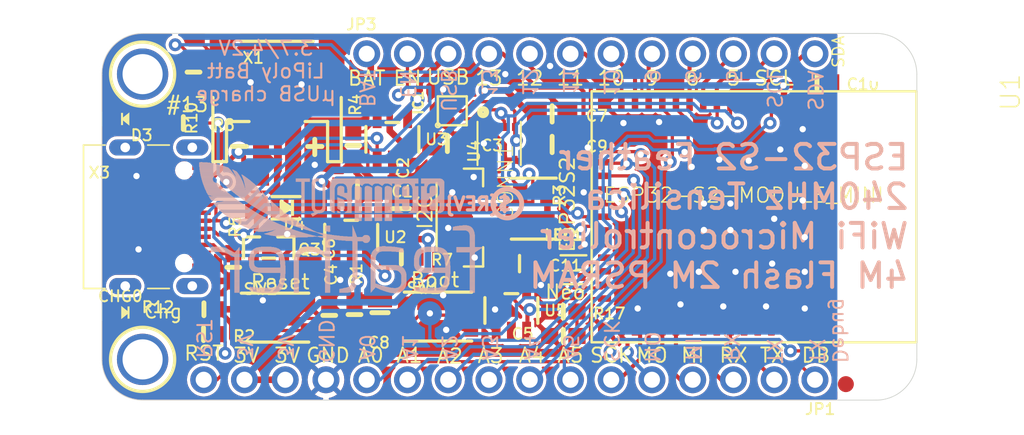
<source format=kicad_pcb>
(kicad_pcb (version 20221018) (generator pcbnew)
  (layers (0 "F.Cu" signal) (31 "B.Cu" signal) (34 "B.Paste" user) (35 "F.Paste" user) (36 "B.SilkS" user "B.Silkscreen") (37 "F.SilkS" user "F.Silkscreen") (38 "B.Mask" user) (39 "F.Mask" user) (44 "Edge.Cuts" user))
  (net 0 "")
  (net 1 "GND")
  (net 2 "VBUS")
  (net 3 "VBAT")
  (net 4 "N$1")
  (net 5 "N$3")
  (net 6 "N$4")
  (net 7 "3.3V")
  (net 8 "RESET")
  (net 9 "EN")
  (net 10 "MOSI")
  (net 11 "SDA")
  (net 12 "SCL")
  (net 13 "MISO")
  (net 14 "SCK")
  (net 15 "VHI")
  (net 16 "N$5")
  (net 17 "D+")
  (net 18 "D-")
  (net 19 "N$8")
  (net 20 "N$9")
  (net 21 "A0")
  (net 22 "A1")
  (net 23 "NEOPIX")
  (net 24 "TXD0")
  (net 25 "BOOT0")
  (net 26 "D6")
  (net 27 "D9")
  (net 28 "D10")
  (net 29 "D11")
  (net 30 "D12")
  (net 31 "D13")
  (net 32 "D5")
  (net 33 "RX")
  (net 34 "TX")
  (net 35 "A2")
  (net 36 "A3")
  (net 37 "A4")
  (net 38 "A5")
  (net 39 "NEOPIX_PWR")
  (net 40 "IO34_DBLTAP")
  (net 41 "VSENSOR")
  (net 42 "I2C_PWR")
  (footprint "working:0603-NO" (layer "F.Cu") (at 128.8161 95.9866 -90)
    (fp_text reference "R10")
    (fp_text value "5.1K")
  )
  (footprint "working:_0805MP" (layer "F.Cu") (at 149.1361 107.9246)
    (fp_text reference "C11")
    (fp_text value "10uF")
  )
  (footprint "working:SK6805_1515" (layer "F.Cu") (at 152.5016 108.3056)
    (fp_text reference "LED1")
    (fp_text value "WS2812B_SK6805_1515")
  )
  (footprint "working:0603-NO" (layer "F.Cu") (at 131.2926 108.1532 90)
    (fp_text reference "R5")
    (fp_text value "5.1K")
  )
  (footprint "working:CHIPLED_0603_NOOUTLINE" (layer "F.Cu") (at 124.5616 98.9076 90)
    (fp_text reference "D3")
    (fp_text value "RED")
  )
  (footprint "working:0603-NO" (layer "F.Cu") (at 137.2743 111.1504 90)
    (fp_text reference "C4")
    (fp_text value "1uF")
  )
  (footprint "working:FIDUCIAL_1MM" (layer "F.Cu") (at 134.5311 95.3516 -90)
    (fp_text reference "U$34" hide)
    (fp_text value "FIDUCIAL_1MM" hide)
  )
  (footprint "working:1X12_ROUND" (layer "F.Cu") (at 153.5811 94.8436)
    (fp_text reference "JP3")
    (fp_text value "")
  )
  (footprint "working:BTN_KMR2_4.6X2.8" (layer "F.Cu") (at 144.0561 111.2266)
    (fp_text reference "SW1")
    (fp_text value "KMR2")
  )
  (footprint "working:FIDUCIAL_1MM" (layer "F.Cu") (at 169.4779 115.436 -90)
    (fp_text reference "U$35" hide)
    (fp_text value "FIDUCIAL_1MM" hide)
  )
  (footprint "working:SOT23-5" (layer "F.Cu") (at 138.6459 106.2736)
    (fp_text reference "U2")
    (fp_text value "AP2112/RT9080-3.3")
  )
  (footprint "working:0805-NO" (layer "F.Cu") (at 141.7574 104.4956 90)
    (fp_text reference "C2")
    (fp_text value "10uF")
  )
  (footprint "working:MOUNTINGHOLE_2.5_PLATED" (layer "F.Cu") (at 125.6411 96.1136 -90)
    (fp_text reference "U$31" hide)
    (fp_text value "MOUNTINGHOLE2.5" hide)
  )
  (footprint "working:0603-NO" (layer "F.Cu") (at 129.4638 110.7694 180)
    (fp_text reference "R12")
    (fp_text value "100K")
  )
  (footprint "working:0603-NO" (layer "F.Cu") (at 167.6781 96.6216)
    (fp_text reference "C10")
    (fp_text value "1uF")
  )
  (footprint "working:0805-NO" (layer "F.Cu") (at 144.6403 100.4316)
    (fp_text reference "C3")
    (fp_text value "10µF")
  )
  (footprint "working:0805-NO" (layer "F.Cu") (at 151.1681 98.5901)
    (fp_text reference "C7")
    (fp_text value "10uF")
  )
  (footprint "working:1X16_ROUND" (layer "F.Cu") (at 148.5011 115.1636 180)
    (fp_text reference "JP1")
    (fp_text value "")
  )
  (footprint "working:0603-NO" (layer "F.Cu") (at 138.8491 111.0996 90)
    (fp_text reference "R1")
    (fp_text value "5.1K")
  )
  (footprint "working:BME280" (layer "F.Cu") (at 147.8661 100.4316 90)
    (fp_text reference "U4")
    (fp_text value "BME280")
  )
  (footprint "working:0603-NO" (layer "F.Cu") (at 141.7701 107.5563)
    (fp_text reference "R7")
    (fp_text value "100K")
  )
  (footprint "working:BTN_KMR2_4.6X2.8" (layer "F.Cu") (at 133.8961 111.2901)
    (fp_text reference "SW2")
    (fp_text value "KMR2")
  )
  (footprint "working:0805-NO" (layer "F.Cu") (at 140.4389 110.9818 -90)
    (fp_text reference "C8")
    (fp_text value "10µF")
  )
  (footprint "working:JSTPH2_BATT" (layer "F.Cu") (at 134.0231 97.0661)
    (fp_text reference "X1")
    (fp_text value "JSTPH")
  )
  (footprint "working:JST_SH4_RA" (layer "F.Cu") (at 145.4531 105.0036 -90)
    (fp_text reference "CONN1")
    (fp_text value "JST SH")
  )
  (footprint "working:SOT23-5" (layer "F.Cu") (at 148.6281 110.8456)
    (fp_text reference "U5")
    (fp_text value "AP2112/RT9080-3.3")
  )
  (footprint "working:0805-NO" (layer "F.Cu") (at 139.0396 103.3018)
    (fp_text reference "C1")
    (fp_text value "10uF")
  )
  (footprint "working:0603-NO" (layer "F.Cu") (at 151.8666 112.4331 180)
    (fp_text reference "C5")
    (fp_text value "1uF")
  )
  (footprint "working:QFN60_ESP32-S2-MINI-1_EXP" (layer "F.Cu") (at 163.7411 105.0036 -90)
    (fp_text reference "U1")
    (fp_text value "ESP32-S2-MODULE_MINI")
  )
  (footprint "working:RESPACK_4X0603" (layer "F.Cu") (at 150.0251 104.4956 -90)
    (fp_text reference "R3")
    (fp_text value "10K")
  )
  (footprint "working:CHIPLED_0603_NOOUTLINE" (layer "F.Cu") (at 124.5616 110.9726 -90)
    (fp_text reference "CHG0")
    (fp_text value "ORANGE")
  )
  (footprint "working:SOD-123" (layer "F.Cu") (at 134.5819 104.4448 180)
    (fp_text reference "D4")
    (fp_text value "MBR540")
  )
  (footprint "working:WLCSP9" (layer "F.Cu") (at 144.9451 98.3996 90)
    (fp_text reference "IC1")
    (fp_text value "LC709203F/MH")
  )
  (footprint "working:0603-NO" (layer "F.Cu") (at 128.1811 99.1616)
    (fp_text reference "R8")
    (fp_text value "5.1K")
  )
  (footprint "working:0805-NO" (layer "F.Cu") (at 136.0443 107.0406 -90)
    (fp_text reference "C6")
    (fp_text value "10µF")
  )
  (footprint "working:SOT23-5" (layer "F.Cu") (at 141.2113 100.1776)
    (fp_text reference "U3")
    (fp_text value "MCP73831T-2ACI/OT")
  )
  (footprint "working:0603-NO" (layer "F.Cu") (at 151.8666 110.9091)
    (fp_text reference "R17")
    (fp_text value "1Meg")
  )
  (footprint "working:MOUNTINGHOLE_2.5_PLATED" (layer "F.Cu") (at 125.6411 113.8936 -90)
    (fp_text reference "U$32" hide)
    (fp_text value "MOUNTINGHOLE2.5" hide)
  )
  (footprint "working:SOT23-R" (layer "F.Cu") (at 133.5024 106.9213)
    (fp_text reference "Q3")
    (fp_text value "DMG3415U")
  )
  (footprint "working:USB_C_CUSB31-CFM2AX-01-X" (layer "F.Cu") (at 125.7681 105.0036 -90)
    (fp_text reference "X3")
    (fp_text value "USB C")
  )
  (footprint "working:0603-NO" (layer "F.Cu") (at 129.4384 112.3188)
    (fp_text reference "R2")
    (fp_text value "5.1K")
  )
  (footprint "working:0805-NO" (layer "F.Cu") (at 151.1681 100.4951)
    (fp_text reference "C9")
    (fp_text value "10uF")
  )
  (footprint "" (layer "F.Cu") (at 171.3611 114.5921)
    (fp_text reference "@HOLE0" hide)
    (fp_text value "")
  )
  (footprint "working:0603-NO" (layer "F.Cu") (at 138.7729 100.5586 90)
    (fp_text reference "R4")
    (fp_text value "5.1K")
  )
  (footprint "" (layer "F.Cu") (at 171.3611 95.4786)
    (fp_text reference "@HOLE1" hide)
    (fp_text value "")
  )
  (footprint "working:TESTPOINT_ROUND_1.5MM_NO" (layer "B.Cu") (at 143.5481 111.0234 180)
    (fp_text reference "TP1" hide)
    (fp_text value "" hide)
  )
  (footprint "working:STEMMAQT" (layer "B.Cu") (at 144.4371 105.2576 180)
    (fp_text reference "U$53" hide)
    (fp_text value "" hide)
  )
  (footprint "working:PCBFEAT-REV-040" (layer "B.Cu") (at 148.3741 104.1781 180)
    (fp_text reference "U$14" hide)
    (fp_text value "" hide)
  )
  (footprint "working:FEATHERLOGO_MED" (layer "B.Cu") (at 146.9771 109.8296 180)
    (fp_text reference "U$15" hide)
    (fp_text value "" hide)
  )
  (gr_line (start 123.1011 96.1136) (end 123.1011 113.8936) (stroke (width 0.05)) (layer "Edge.Cuts"))
  (gr_line (start 171.3611 93.5736) (end 125.6411 93.5736) (stroke (width 0.05)) (layer "Edge.Cuts"))
  (gr_line (start 173.9011 113.8936) (end 173.9011 96.1136) (stroke (width 0.05)) (layer "Edge.Cuts"))
  (gr_arc (start 171.3611 93.5736) (mid 173.157151 94.317549) (end 173.9011 96.1136) (stroke (width 0.05)) (layer "Edge.Cuts"))
  (gr_arc (start 173.9011 113.8936) (mid 173.157151 115.689651) (end 171.3611 116.4336) (stroke (width 0.05)) (layer "Edge.Cuts"))
  (gr_line (start 125.6411 116.4336) (end 171.3611 116.4336) (stroke (width 0.05)) (layer "Edge.Cuts"))
  (gr_arc (start 125.6411 116.4336) (mid 123.845049 115.689651) (end 123.1011 113.8936) (stroke (width 0.05)) (layer "Edge.Cuts"))
  (gr_arc (start 123.1011 96.1136) (mid 123.845049 94.317549) (end 125.6411 93.5736) (stroke (width 0.05)) (layer "Edge.Cuts"))
  (gr_text "12" (at 149.7711 96.6216 -90) (layer "B.SilkS") (effects (font (size 0.89408 0.89408) (thickness 0.12192)) (justify mirror)))
  (gr_text "A2" (at 144.7419 113.157 -90) (layer "B.SilkS") (effects (font (size 0.89408 0.89408) (thickness 0.12192)) (justify mirror)))
  (gr_text "A4" (at 149.8981 113.1316 -90) (layer "B.SilkS") (effects (font (size 0.89408 0.89408) (thickness 0.12192)) (justify mirror)))
  (gr_text "A1" (at 142.2781 113.1316 -90) (layer "B.SilkS") (effects (font (size 0.89408 0.89408) (thickness 0.12192)) (justify mirror)))
  (gr_text "ESP32-S2 Feather\n240MHz Tensilica\nWiFi Microcontroller\n4M Flash 2M PSRAM" (at 173.5201 109.5756) (layer "B.SilkS") (effects (font (size 1.52908 1.52908) (thickness 0.24892)) (justify left bottom mirror)))
  (gr_text "MI" (at 159.9311 113.2586 -90) (layer "B.SilkS") (effects (font (size 0.89408 0.89408) (thickness 0.12192)) (justify mirror)))
  (gr_text "MO" (at 157.3911 113.1316 -90) (layer "B.SilkS") (effects (font (size 0.89408 0.89408) (thickness 0.12192)) (justify mirror)))
  (gr_text "SCL" (at 165.0111 97.0026 -90) (layer "B.SilkS") (effects (font (size 0.89408 0.89408) (thickness 0.12192)) (justify mirror)))
  (gr_text "USB" (at 144.6911 97.1296 -90) (layer "B.SilkS") (effects (font (size 0.89408 0.89408) (thickness 0.12192)) (justify mirror)))
  (gr_text "13" (at 147.2311 96.6216 -90) (layer "B.SilkS") (effects (font (size 0.89408 0.89408) (thickness 0.12192)) (justify mirror)))
  (gr_text "Debug\nTX" (at 168.3766 114.2111 -90) (layer "B.SilkS") (effects (font (size 0.89408 0.89408) (thickness 0.12192)) (justify left mirror)))
  (gr_text "TX" (at 165.0111 113.3856 -90) (layer "B.SilkS") (effects (font (size 0.89408 0.89408) (thickness 0.12192)) (justify mirror)))
  (gr_text "6" (at 159.9311 96.2406 -90) (layer "B.SilkS") (effects (font (size 0.89408 0.89408) (thickness 0.12192)) (justify mirror)))
  (gr_text "A5" (at 152.3111 113.1316 -90) (layer "B.SilkS") (effects (font (size 0.89408 0.89408) (thickness 0.12192)) (justify mirror)))
  (gr_text "BAT" (at 139.6111 97.0026 -90) (layer "B.SilkS") (effects (font (size 0.89408 0.89408) (thickness 0.12192)) (justify mirror)))
  (gr_text "SDA" (at 167.5511 97.1296 -90) (layer "B.SilkS") (effects (font (size 0.89408 0.89408) (thickness 0.12192)) (justify mirror)))
  (gr_text "10" (at 154.8511 96.6216 -90) (layer "B.SilkS") (effects (font (size 0.89408 0.89408) (thickness 0.12192)) (justify mirror)))
  (gr_text "5" (at 162.4711 96.2406 -90) (layer "B.SilkS") (effects (font (size 0.89408 0.89408) (thickness 0.12192)) (justify mirror)))
  (gr_text "GND" (at 137.0711 112.7506 -90) (layer "B.SilkS") (effects (font (size 0.89408 0.89408) (thickness 0.12192)) (justify mirror)))
  (gr_text "SCK" (at 154.8511 112.7506 -90) (layer "B.SilkS") (effects (font (size 0.89408 0.89408) (thickness 0.12192)) (justify mirror)))
  (gr_text "RX" (at 162.3441 113.1316 -90) (layer "B.SilkS") (effects (font (size 0.89408 0.89408) (thickness 0.12192)) (justify mirror)))
  (gr_text "9" (at 157.3911 96.2406 -90) (layer "B.SilkS") (effects (font (size 0.89408 0.89408) (thickness 0.12192)) (justify mirror)))
  (gr_text "3.7/4.2V\nLiPoly Batt\nµUSB charge" (at 133.3246 95.9231) (layer "B.SilkS") (effects (font (size 0.88392 0.88392) (thickness 0.13208)) (justify mirror)))
  (gr_text "EN" (at 142.1511 96.7486 -90) (layer "B.SilkS") (effects (font (size 0.89408 0.89408) (thickness 0.12192)) (justify mirror)))
  (gr_text "11" (at 152.3111 96.4946 -90) (layer "B.SilkS") (effects (font (size 0.89408 0.89408) (thickness 0.12192)) (justify mirror)))
  (gr_text "A3" (at 147.2565 113.157 -90) (layer "B.SilkS") (effects (font (size 0.89408 0.89408) (thickness 0.12192)) (justify mirror)))
  (gr_text "3V" (at 134.5311 113.1316 -90) (layer "B.SilkS") (effects (font (size 0.89408 0.89408) (thickness 0.12192)) (justify mirror)))
  (gr_text "RST" (at 129.4511 112.6236 -90) (layer "B.SilkS") (effects (font (size 0.89408 0.89408) (thickness 0.12192)) (justify mirror)))
  (gr_text "3V" (at 131.9911 113.1316 -90) (layer "B.SilkS") (effects (font (size 0.89408 0.89408) (thickness 0.12192)) (justify mirror)))
  (gr_text "A0" (at 139.6111 113.1316 -90) (layer "B.SilkS") (effects (font (size 0.89408 0.89408) (thickness 0.12192)) (justify mirror)))
  (gr_text "3V" (at 132.1181 113.6396) (layer "F.SilkS") (effects (font (size 0.89408 0.89408) (thickness 0.12192))))
  (gr_text "MI" (at 159.9311 113.6396) (layer "F.SilkS") (effects (font (size 0.89408 0.89408) (thickness 0.12192))))
  (gr_text "13" (at 147.2311 96.3676) (layer "F.SilkS") (effects (font (size 0.89408 0.89408) (thickness 0.12192))))
  (gr_text "A4" (at 149.8981 113.6396) (layer "F.SilkS") (effects (font (size 0.89408 0.89408) (thickness 0.12192))))
  (gr_text "A0" (at 139.8651 113.6396) (layer "F.SilkS") (effects (font (size 0.89408 0.89408) (thickness 0.12192))))
  (gr_text "BAT" (at 139.6111 96.3676) (layer "F.SilkS") (effects (font (size 0.89408 0.89408) (thickness 0.12192))))
  (gr_text "USB" (at 144.6911 96.3041) (layer "F.SilkS") (effects (font (size 0.89408 0.89408) (thickness 0.12192))))
  (gr_text "MO" (at 157.3911 113.6396) (layer "F.SilkS") (effects (font (size 0.89408 0.89408) (thickness 0.12192))))
  (gr_text "#13" (at 128.4351 98.0186) (layer "F.SilkS") (effects (font (size 0.89408 0.89408) (thickness 0.12192))))
  (gr_text "A2" (at 144.7927 113.6904) (layer "F.SilkS") (effects (font (size 0.89408 0.89408) (thickness 0.12192))))
  (gr_text "A5" (at 152.3111 113.6396) (layer "F.SilkS") (effects (font (size 0.89408 0.89408) (thickness 0.12192))))
  (gr_text "RX" (at 162.4711 113.6396) (layer "F.SilkS") (effects (font (size 0.89408 0.89408) (thickness 0.12192))))
  (gr_text "SCK" (at 154.8511 113.6396) (layer "F.SilkS") (effects (font (size 0.89408 0.89408) (thickness 0.12192))))
  (gr_text "I2C" (at 142.7226 103.5431 90) (layer "F.SilkS") (effects (font (size 0.89408 0.89408) (thickness 0.12192)) (justify right top)))
  (gr_text "A3" (at 147.3327 113.665) (layer "F.SilkS") (effects (font (size 0.89408 0.89408) (thickness 0.12192))))
  (gr_text "DB" (at 167.6146 113.6396) (layer "F.SilkS") (effects (font (size 0.89408 0.89408) (thickness 0.12192))))
  (gr_text "TX" (at 164.8841 113.6396) (layer "F.SilkS") (effects (font (size 0.89408 0.89408) (thickness 0.12192))))
  (gr_text "12" (at 149.7711 96.3676) (layer "F.SilkS") (effects (font (size 0.89408 0.89408) (thickness 0.12192))))
  (gr_text "6" (at 159.9311 96.3676) (layer "F.SilkS") (effects (font (size 0.89408 0.89408) (thickness 0.12192))))
  (gr_text "5" (at 162.4711 96.3676) (layer "F.SilkS") (effects (font (size 0.89408 0.89408) (thickness 0.12192))))
  (gr_text "9" (at 157.3911 96.3676) (layer "F.SilkS") (effects (font (size 0.89408 0.89408) (thickness 0.12192))))
  (gr_text "Chg" (at 126.9111 110.9091) (layer "F.SilkS") (effects (font (size 0.849376 0.849376) (thickness 0.115824))))
  (gr_text "Neo" (at 151.9936 109.7026) (layer "F.SilkS") (effects (font (size 0.89408 0.89408) (thickness 0.12192))))
  (gr_text "Reset" (at 134.2136 109.0676) (layer "F.SilkS") (effects (font (size 0.89408 0.89408) (thickness 0.12192))))
  (gr_text "ESP32S2" (at 152.1206 104.2416 90) (layer "F.SilkS") (effects (font (size 0.89408 0.89408) (thickness 0.12192))))
  (gr_text "11" (at 152.3111 96.3676) (layer "F.SilkS") (effects (font (size 0.89408 0.89408) (thickness 0.12192))))
  (gr_text "SDA" (at 169.0116 94.7166 90) (layer "F.SilkS") (effects (font (size 0.715264 0.715264) (thickness 0.097536))))
  (gr_text "RST" (at 129.4511 113.5126) (layer "F.SilkS") (effects (font (size 0.89408 0.89408) (thickness 0.12192))))
  (gr_text "EN" (at 142.1511 96.3676) (layer "F.SilkS") (effects (font (size 0.89408 0.89408) (thickness 0.12192))))
  (gr_text "3V" (at 134.6581 113.6396) (layer "F.SilkS") (effects (font (size 0.89408 0.89408) (thickness 0.12192))))
  (gr_text "10" (at 154.8511 96.3676) (layer "F.SilkS") (effects (font (size 0.89408 0.89408) (thickness 0.12192))))
  (gr_text "Boot" (at 143.8656 108.9406) (layer "F.SilkS") (effects (font (size 0.89408 0.89408) (thickness 0.12192))))
  (gr_text "GND" (at 137.1981 113.6396) (layer "F.SilkS") (effects (font (size 0.89408 0.89408) (thickness 0.12192))))
  (gr_text "SCL" (at 165.0111 96.3676) (layer "F.SilkS") (effects (font (size 0.89408 0.89408) (thickness 0.12192))))
  (gr_text "A1" (at 142.2781 113.6396) (layer "F.SilkS") (effects (font (size 0.89408 0.89408) (thickness 0.12192))))
  (segment (start 164.8841 105.0036) (end 165.0111 105.1306) (width 0.2032) (layer "F.Cu") (net 1))
  (segment (start 129.3131 101.8036) (end 129.6031 101.8036) (width 0.4064) (layer "F.Cu") (net 1))
  (segment (start 157.4546 99.6061) (end 157.4546 102.3366) (width 0.254) (layer "F.Cu") (net 1))
  (segment (start 131.5668 110.7694) (end 131.8461 110.4901) (width 0.4064) (layer "F.Cu") (net 1))
  (segment (start 130.8481 100.547863) (end 130.8481 100.0506) (width 0.4064) (layer "F.Cu") (net 1))
  (segment (start 148.3106 106.3371) (end 148.1441 106.5036) (width 0.2032) (layer "F.Cu") (net 1))
  (segment (start 142.0061 110.754413) (end 141.727712 111.0328) (width 0.4064) (layer "F.Cu") (net 1))
  (segment (start 163.086 105.0036) (end 164.8841 105.0036) (width 0.2032) (layer "F.Cu") (net 1))
  (segment (start 141.727712 111.0328) (end 141.3379 111.0328) (width 0.4064) (layer "F.Cu") (net 1))
  (segment (start 130.3401 109.0032) (end 131.2926 109.0032) (width 0.4064) (layer "F.Cu") (net 1))
  (segment (start 144.9451 98.8996) (end 144.9451 99.7864) (width 0.2032) (layer "F.Cu") (net 1))
  (segment (start 129.6031 101.8036) (end 130.7889 100.6178) (width 0.4064) (layer "F.Cu") (net 1))
  (segment (start 130.3138 110.7694) (end 131.5668 110.7694) (width 0.4064) (layer "F.Cu") (net 1))
  (segment (start 145.5903 101.2042) (end 144.5909 102.2036) (width 0.4064) (layer "F.Cu") (net 1))
  (segment (start 145.5903 100.4316) (end 145.5903 101.2042) (width 0.4064) (layer "F.Cu") (net 1))
  (segment (start 156.8831 99.0346) (end 157.4546 99.6061) (width 0.254) (layer "F.Cu") (net 1))
  (segment (start 130.7889 100.607063) (end 130.8481 100.547863) (width 0.4064) (layer "F.Cu") (net 1))
  (segment (start 139.9896 102.7303) (end 138.7729 101.5136) (width 0.4064) (layer "F.Cu") (net 1))
  (segment (start 141.2113 101.4777) (end 141.2113 102.9995) (width 0.4064) (layer "F.Cu") (net 1))
  (segment (start 138.4291 101.4086) (end 137.7061 100.6856) (width 0.4064) (layer "F.Cu") (net 1))
  (segment (start 148.5346 105.7956) (end 148.3106 106.0196) (width 0.2032) (layer "F.Cu") (net 1))
  (segment (start 158.9786 102.3366) (end 157.4546 102.3366) (width 0.254) (layer "F.Cu") (net 1))
  (segment (start 139.9896 103.3018) (end 139.9896 102.7303) (width 0.4064) (layer "F.Cu") (net 1))
  (segment (start 159.64535 101.66985) (end 158.9786 102.3366) (width 0.254) (layer "F.Cu") (net 1))
  (segment (start 141.3379 111.0328) (end 140.4389 111.9318) (width 0.4064) (layer "F.Cu") (net 1))
  (segment (start 138.7729 101.4086) (end 138.4291 101.4086) (width 0.4064) (layer "F.Cu") (net 1))
  (segment (start 138.6459 108.101013) (end 138.192212 108.5547) (width 0.4064) (layer "F.Cu") (net 1))
  (segment (start 137.965 108.5547) (end 137.8331 108.6866) (width 0.4064) (layer "F.Cu") (net 1))
  (segment (start 159.64535 101.66985) (end 159.8676 101.8921) (width 0.254) (layer "F.Cu") (net 1))
  (segment (start 155.466996 99.0346) (end 156.8831 99.0346) (width 0.254) (layer "F.Cu") (net 1))
  (segment (start 142.0061 110.4266) (end 142.0061 110.754413) (width 0.4064) (layer "F.Cu") (net 1))
  (segment (start 136.0443 108.6866) (end 136.0443 107.9906) (width 0.4064) (layer "F.Cu") (net 1))
  (segment (start 133.0231 100.1936) (end 133.0231 100.7661) (width 0.4064) (layer "F.Cu") (net 1))
  (segment (start 130.8481 100.0506) (end 130.9751 99.9236) (width 0.4064) (layer "F.Cu") (net 1))
  (segment (start 141.2113 102.9995) (end 141.7574 103.5456) (width 0.4064) (layer "F.Cu") (net 1))
  (segment (start 138.7729 101.5136) (end 138.7729 101.4086) (width 0.4064) (layer "F.Cu") (net 1))
  (segment (start 138.192212 108.5547) (end 137.965 108.5547) (width 0.4064) (layer "F.Cu") (net 1))
  (segment (start 148.3106 106.0196) (end 148.3106 106.3371) (width 0.2032) (layer "F.Cu") (net 1))
  (segment (start 130.3401 109.0032) (end 129.5405 108.2036) (width 0.4064) (layer "F.Cu") (net 1))
  (segment (start 138.6459 107.5737) (end 138.6459 108.101013) (width 0.4064) (layer "F.Cu") (net 1))
  (segment (start 149.1751 105.7956) (end 148.5346 105.7956) (width 0.2032) (layer "F.Cu") (net 1))
  (segment (start 137.8331 108.6866) (end 136.0443 108.6866) (width 0.4064) (layer "F.Cu") (net 1))
  (segment (start 129.3131 108.2036) (end 129.5405 108.2036) (width 0.4064) (layer "F.Cu") (net 1))
  (segment (start 154.435996 98.0036) (end 155.466996 99.0346) (width 0.254) (layer "F.Cu") (net 1))
  (segment (start 137.4521 100.6856) (end 136.3726 101.7651) (width 0.4064) (layer "F.Cu") (net 1))
  (segment (start 132.7531 99.9236) (end 133.0231 100.1936) (width 0.4064) (layer "F.Cu") (net 1))
  (segment (start 144.9451 99.7864) (end 145.5903 100.4316) (width 0.2032) (layer "F.Cu") (net 1))
  (segment (start 148.1441 106.5036) (end 147.1391 106.5036) (width 0.2032) (layer "F.Cu") (net 1))
  (segment (start 130.9751 99.9236) (end 132.7531 99.9236) (width 0.4064) (layer "F.Cu") (net 1))
  (segment (start 130.7889 100.6178) (end 130.7889 100.607063) (width 0.4064) (layer "F.Cu") (net 1))
  (segment (start 137.7061 100.6856) (end 137.4521 100.6856) (width 0.4064) (layer "F.Cu") (net 1))
  (via (at 157.8356 99.0981) (size 0.8001) (drill 0.3937) (layers "F.Cu" "B.Cu") (net 1))
  (via (at 162.2806 105.8291) (size 0.8001) (drill 0.3937) (layers "F.Cu" "B.Cu") (net 1))
  (via (at 153.3906 100.6856) (size 0.8001) (drill 0.3937) (layers "F.Cu" "B.Cu") (net 1))
  (via (at 160.6296 105.8291) (size 0.8001) (drill 0.3937) (layers "F.Cu" "B.Cu") (net 1))
  (via (at 133.1341 110.2106) (size 0.8001) (drill 0.3937) (layers "F.Cu" "B.Cu") (net 1))
  (via (at 166.7891 99.5426) (size 0.8001) (drill 0.3937) (layers "F.Cu" "B.Cu") (net 1))
  (via (at 134.6581 106.0831) (size 0.8001) (drill 0.3937) (layers "F.Cu" "B.Cu") (net 1))
  (via (at 136.3726 101.7651) (size 0.8001) (drill 0.3937) (layers "F.Cu" "B.Cu") (net 1))
  (via (at 153.2001 106.7181) (size 0.8001) (drill 0.3937) (layers "F.Cu" "B.Cu") (net 1))
  (via (at 161.5821 101.4476) (size 0.8001) (drill 0.3937) (layers "F.Cu" "B.Cu") (net 1))
  (via (at 132.3721 96.6216) (size 0.8001) (drill 0.3937) (layers "F.Cu" "B.Cu") (net 1))
  (via (at 166.9161 110.7186) (size 0.8001) (drill 0.3937) (layers "F.Cu" "B.Cu") (net 1))
  (via (at 164.5031 110.5916) (size 0.8001) (drill 0.3937) (layers "F.Cu" "B.Cu") (net 1))
  (via (at 150.4696 109.2581) (size 0.8001) (drill 0.3937) (layers "F.Cu" "B.Cu") (net 1))
  (via (at 137.9601 108.9406) (size 0.8001) (drill 0.3937) (layers "F.Cu" "B.Cu") (net 1))
  (via (at 160.3121 108.4326) (size 0.8001) (drill 0.3937) (layers "F.Cu" "B.Cu") (net 1))
  (via (at 160.6296 104.1781) (size 0.8001) (drill 0.3937) (layers "F.Cu" "B.Cu") (net 1))
  (via (at 153.1366 103.4796) (size 0.8001) (drill 0.3937) (layers "F.Cu" "B.Cu") (net 1))
  (via (at 144.3736 97.0661) (size 0.8001) (drill 0.3937) (layers "F.Cu" "B.Cu") (net 1))
  (via (at 146.9136 100.4316) (size 0.8001) (drill 0.3937) (layers "F.Cu" "B.Cu") (net 1))
  (via (at 165.0111 105.1306) (size 0.8001) (drill 0.3937) (layers "F.Cu" "B.Cu") (net 1))
  (via (at 144.9451 103.4796) (size 0.8001) (drill 0.3937) (layers "F.Cu" "B.Cu") (net 1))
  (via (at 148.2471 96.1136) (size 0.8001) (drill 0.3937) (layers "F.Cu" "B.Cu") (net 1))
  (via (at 155.6131 99.1616) (size 0.8001) (drill 0.3937) (layers "F.Cu" "B.Cu") (net 1))
  (via (at 165.3921 100.8126) (size 0.8001) (drill 0.3937) (layers "F.Cu" "B.Cu") (net 1))
  (via (at 159.1691 110.4646) (size 0.8001) (drill 0.3937) (layers "F.Cu" "B.Cu") (net 1))
  (via (at 166.9161 108.4326) (size 0.8001) (drill 0.3937) (layers "F.Cu" "B.Cu") (net 1))
  (via (at 151.0411 95.6056) (size 0.8001) (drill 0.3937) (layers "F.Cu" "B.Cu") (net 1))
  (via (at 135.5471 96.7486) (size 0.8001) (drill 0.3937) (layers "F.Cu" "B.Cu") (net 1))
  (via (at 146.2786 102.5271) (size 0.8001) (drill 0.3937) (layers "F.Cu" "B.Cu") (net 1))
  (via (at 158.5341 108.5596) (size 0.8001) (drill 0.3937) (layers "F.Cu" "B.Cu") (net 1))
  (via (at 166.7891 103.9876) (size 0.8001) (drill 0.3937) (layers "F.Cu" "B.Cu") (net 1))
  (via (at 159.8676 101.8921) (size 0.8001) (drill 0.3937) (layers "F.Cu" "B.Cu") (net 1))
  (via (at 146.3421 107.5436) (size 0.8001) (drill 0.3937) (layers "F.Cu" "B.Cu") (net 1))
  (via (at 166.9161 101.8286) (size 0.8001) (drill 0.3937) (layers "F.Cu" "B.Cu") (net 1))
  (via (at 125.3871 107.0356) (size 0.8001) (drill 0.3937) (layers "F.Cu" "B.Cu") (net 1))
  (via (at 164.8841 107.9246) (size 0.8001) (drill 0.3937) (layers "F.Cu" "B.Cu") (net 1))
  (via (at 144.3736 109.8931) (size 0.8001) (drill 0.3937) (layers "F.Cu" "B.Cu") (net 1))
  (via (at 166.9161 106.2736) (size 0.8001) (drill 0.3937) (layers "F.Cu" "B.Cu") (net 1))
  (via (at 156.5021 110.7186) (size 0.8001) (drill 0.3937) (layers "F.Cu" "B.Cu") (net 1))
  (via (at 144.6911 105.7021) (size 0.8001) (drill 0.3937) (layers "F.Cu" "B.Cu") (net 1))
  (via (at 162.5981 108.4326) (size 0.8001) (drill 0.3937) (layers "F.Cu" "B.Cu") (net 1))
  (via (at 144.5641 112.0521) (size 0.8001) (drill 0.3937) (layers "F.Cu" "B.Cu") (net 1))
  (via (at 147.6121 110.7821) (size 0.8001) (drill 0.3937) (layers "F.Cu" "B.Cu") (net 1))
  (via (at 163.4236 101.5111) (size 0.8001) (drill 0.3937) (layers "F.Cu" "B.Cu") (net 1))
  (via (at 161.8361 110.5916) (size 0.8001) (drill 0.3937) (layers "F.Cu" "B.Cu") (net 1))
  (via (at 125.2601 102.4636) (size 0.8001) (drill 0.3937) (layers "F.Cu" "B.Cu") (net 1))
  (via (at 162.2806 104.1781) (size 0.8001) (drill 0.3937) (layers "F.Cu" "B.Cu") (net 1))
  (segment (start 131.3691 101.2066) (end 131.3451 101.2066) (width 0.3048) (layer "F.Cu") (net 2))
  (segment (start 123.8116 110.9726) (end 123.8116 110.7186) (width 0.4064) (layer "F.Cu") (net 2))
  (segment (start 124.3097 110.2205) (end 123.8116 110.7186) (width 0.3048) (layer "F.Cu") (net 2))
  (segment (start 127.2921 107.044354) (end 127.2921 104.058038) (width 0.3048) (layer "F.Cu") (net 2))
  (segment (start 132.7319 104.4448) (end 132.7319 107.7418) (width 0.3048) (layer "F.Cu") (net 2))
  (segment (start 142.9131 96.6216) (end 144.6911 94.8436) (width 0.4064) (layer "F.Cu") (net 2))
  (segment (start 142.1613 98.2878) (end 142.7734 97.6757) (width 0.4064) (layer "F.Cu") (net 2))
  (segment (start 127.2921 107.434107) (end 126.951603 107.774604) (width 0.3048) (layer "F.Cu") (net 2))
  (segment (start 142.9131 96.6216) (end 142.9131 97.536) (width 0.4064) (layer "F.Cu") (net 2))
  (segment (start 127.9153 110.7694) (end 127.3664 110.2205) (width 0.3048) (layer "F.Cu") (net 2))
  (segment (start 128.746537 102.6036) (end 129.3131 102.6036) (width 0.3048) (layer "F.Cu") (net 2))
  (segment (start 126.951603 107.774604) (end 126.951603 109.395) (width 0.3048) (layer "F.Cu") (net 2))
  (segment (start 132.7319 104.4448) (end 132.7319 104.3474) (width 0.3048) (layer "F.Cu") (net 2))
  (segment (start 128.38729 107.044354) (end 127.2921 107.044354) (width 0.3048) (layer "F.Cu") (net 2))
  (segment (start 131.9406 101.2701) (end 131.6231 100.9526) (width 0.3048) (layer "F.Cu") (net 2))
  (segment (start 127.2286 110.2205) (end 127.3664 110.2205) (width 0.3048) (layer "F.Cu") (net 2))
  (segment (start 131.3451 101.2066) (end 129.9481 102.6036) (width 0.3048) (layer "F.Cu") (net 2))
  (segment (start 131.6231 100.9526) (end 131.3691 101.2066) (width 0.3048) (layer "F.Cu") (net 2))
  (segment (start 128.746537 107.4036) (end 128.38729 107.044354) (width 0.3048) (layer "F.Cu") (net 2))
  (segment (start 132.5524 107.9213) (end 132.7319 107.7418) (width 0.3048) (layer "F.Cu") (net 2))
  (segment (start 129.3131 102.6036) (end 129.9481 102.6036) (width 0.3048) (layer "F.Cu") (net 2))
  (segment (start 129.3131 107.4036) (end 128.746537 107.4036) (width 0.3048) (layer "F.Cu") (net 2))
  (segment (start 124.3097 110.2205) (end 127.2286 110.2205) (width 0.3048) (layer "F.Cu") (net 2))
  (segment (start 128.6138 110.7694) (end 127.9153 110.7694) (width 0.3048) (layer "F.Cu") (net 2))
  (segment (start 127.2921 104.058038) (end 128.746537 102.6036) (width 0.3048) (layer "F.Cu") (net 2))
  (segment (start 142.9131 97.536) (end 142.7734 97.6757) (width 0.4064) (layer "F.Cu") (net 2))
  (segment (start 127.2921 107.434107) (end 127.2921 107.044354) (width 0.3048) (layer "F.Cu") (net 2))
  (segment (start 132.7319 104.3474) (end 131.9406 103.5561) (width 0.3048) (layer "F.Cu") (net 2))
  (segment (start 126.951603 109.395) (end 127.2286 109.671997) (width 0.3048) (layer "F.Cu") (net 2))
  (segment (start 142.1613 98.8775) (end 142.1613 98.2878) (width 0.4064) (layer "F.Cu") (net 2))
  (segment (start 131.9406 101.2701) (end 131.9406 103.5561) (width 0.3048) (layer "F.Cu") (net 2))
  (segment (start 127.2286 109.671997) (end 127.2286 110.2205) (width 0.3048) (layer "F.Cu") (net 2))
  (via (at 131.6231 100.9526) (size 0.889) (drill 0.4826) (layers "F.Cu" "B.Cu") (net 2))
  (via (at 142.7734 97.6757) (size 0.889) (drill 0.4826) (layers "F.Cu" "B.Cu") (net 2))
  (segment (start 136.3091 99.1616) (end 134.5181 100.9526) (width 0.4064) (layer "B.Cu") (net 2))
  (segment (start 131.6231 100.9526) (end 134.5181 100.9526) (width 0.4064) (layer "B.Cu") (net 2))
  (segment (start 142.7734 97.6757) (end 141.2875 99.1616) (width 0.4064) (layer "B.Cu") (net 2))
  (segment (start 136.3091 99.1616) (end 141.2875 99.1616) (width 0.4064) (layer "B.Cu") (net 2))
  (segment (start 133.5024 105.9213) (end 134.5819 104.8418) (width 0.3048) (layer "F.Cu") (net 3))
  (segment (start 135.0231 99.0506) (end 135.0231 100.7661) (width 0.4064) (layer "F.Cu") (net 3))
  (segment (start 139.8651 95.0976) (end 139.8651 97.7011) (width 0.4064) (layer "F.Cu") (net 3))
  (segment (start 143.669096 100.679744) (end 143.54054 100.679744) (width 0.3048) (layer "F.Cu") (net 3))
  (segment (start 141.0443 99.642888) (end 142.1613 100.759888) (width 0.4064) (layer "F.Cu") (net 3))
  (segment (start 135.0231 99.0506) (end 135.6741 98.3996) (width 0.4064) (layer "F.Cu") (net 3))
  (segment (start 134.5819 102.4128) (end 134.5819 104.8418) (width 0.3048) (layer "F.Cu") (net 3))
  (segment (start 135.6741 98.3996) (end 139.1666 98.3996) (width 0.4064) (layer "F.Cu") (net 3))
  (segment (start 134.5819 102.4128) (end 134.9121 102.0826) (width 0.3048) (layer "F.Cu") (net 3))
  (segment (start 142.1613 100.759888) (end 142.1613 101.4777) (width 0.4064) (layer "F.Cu") (net 3))
  (segment (start 143.6903 98.1939) (end 143.9846 97.8996) (width 0.3048) (layer "F.Cu") (net 3))
  (segment (start 134.9121 100.8771) (end 135.0231 100.7661) (width 0.3048) (layer "F.Cu") (net 3))
  (segment (start 143.669096 100.679744) (end 143.6903 100.4316) (width 0.3048) (layer "F.Cu") (net 3))
  (segment (start 139.6111 94.8436) (end 139.8651 95.0976) (width 0.4064) (layer "F.Cu") (net 3))
  (segment (start 142.1613 101.4777) (end 142.76214 101.4777) (width 0.3048) (layer "F.Cu") (net 3))
  (segment (start 139.1666 98.3996) (end 139.8651 97.7011) (width 0.4064) (layer "F.Cu") (net 3))
  (segment (start 142.76214 101.4777) (end 143.54054 100.679744) (width 0.3048) (layer "F.Cu") (net 3))
  (segment (start 140.689212 97.7646) (end 141.0443 98.119688) (width 0.4064) (layer "F.Cu") (net 3))
  (segment (start 143.6903 100.4316) (end 143.6903 98.1939) (width 0.3048) (layer "F.Cu") (net 3))
  (segment (start 139.8651 97.7646) (end 140.689212 97.7646) (width 0.4064) (layer "F.Cu") (net 3))
  (segment (start 141.0443 98.119688) (end 141.0443 99.642888) (width 0.4064) (layer "F.Cu") (net 3))
  (segment (start 139.8651 97.7011) (end 139.8651 97.7646) (width 0.4064) (layer "F.Cu") (net 3))
  (segment (start 134.9121 102.0826) (end 134.9121 100.8771) (width 0.3048) (layer "F.Cu") (net 3))
  (segment (start 143.9846 97.8996) (end 144.4451 97.8996) (width 0.3048) (layer "F.Cu") (net 3))
  (segment (start 125.3116 110.9726) (end 126.304868 110.9726) (width 0.2032) (layer "F.Cu") (net 4))
  (segment (start 127.651068 112.3188) (end 128.5884 112.3188) (width 0.2032) (layer "F.Cu") (net 4))
  (segment (start 127.651068 112.3188) (end 126.304868 110.9726) (width 0.2032) (layer "F.Cu") (net 4))
  (segment (start 140.2613 100.1237) (end 140.2613 101.4777) (width 0.2032) (layer "F.Cu") (net 5))
  (segment (start 130.2884 112.3188) (end 130.7846 112.815) (width 0.2032) (layer "F.Cu") (net 5))
  (segment (start 140.2461 100.1085) (end 140.2613 100.1237) (width 0.2032) (layer "F.Cu") (net 5))
  (segment (start 130.7846 112.815) (end 130.7846 113.5126) (width 0.2032) (layer "F.Cu") (net 5))
  (via (at 130.7846 113.5126) (size 0.8001) (drill 0.3937) (layers "F.Cu" "B.Cu") (net 5))
  (via (at 140.2461 100.1085) (size 0.8001) (drill 0.3937) (layers "F.Cu" "B.Cu") (net 5))
  (segment (start 132.1181 104.1146) (end 136.1242 100.1085) (width 0.2032) (layer "B.Cu") (net 5))
  (segment (start 140.2461 100.1085) (end 136.1242 100.1085) (width 0.2032) (layer "B.Cu") (net 5))
  (segment (start 130.3401 104.1146) (end 132.1181 104.1146) (width 0.2032) (layer "B.Cu") (net 5))
  (segment (start 130.7846 107.732494) (end 130.7846 113.5126) (width 0.2032) (layer "B.Cu") (net 5))
  (segment (start 129.5781 106.525994) (end 129.5781 104.8766) (width 0.2032) (layer "B.Cu") (net 5))
  (segment (start 130.7846 107.732494) (end 129.5781 106.525994) (width 0.2032) (layer "B.Cu") (net 5))
  (segment (start 129.5781 104.8766) (end 130.3401 104.1146) (width 0.2032) (layer "B.Cu") (net 5))
  (segment (start 139.4302 99.7086) (end 138.7729 99.7086) (width 0.2032) (layer "F.Cu") (net 6))
  (segment (start 140.2613 98.8775) (end 139.4302 99.7086) (width 0.2032) (layer "F.Cu") (net 6))
  (segment (start 137.6959 103.6955) (end 137.6959 104.9735) (width 0.3048) (layer "F.Cu") (net 7))
  (segment (start 141.0741 105.4456) (end 141.7574 105.4456) (width 0.3048) (layer "F.Cu") (net 7))
  (segment (start 165.622496 96.8208) (end 165.622496 97.9401) (width 0.4064) (layer "F.Cu") (net 7))
  (segment (start 139.0396 110.0591) (end 138.8491 110.2496) (width 0.2032) (layer "F.Cu") (net 7))
  (segment (start 165.685996 98.0036) (end 165.622496 97.9401) (width 0.4064) (layer "F.Cu") (net 7))
  (segment (start 137.4648 103.2383) (end 137.0076 102.7811) (width 0.4064) (layer "F.Cu") (net 7))
  (segment (start 138.0261 103.2383) (end 137.4648 103.2383) (width 0.4064) (layer "F.Cu") (net 7))
  (segment (start 150.178415 98.997416) (end 148.3106 97.1296) (width 0.4064) (layer "F.Cu") (net 7))
  (segment (start 140.4389 110.0318) (end 139.0669 110.0318) (width 0.4064) (layer "F.Cu") (net 7))
  (segment (start 166.652503 96.797197) (end 165.622496 96.797197) (width 0.4064) (layer "F.Cu") (net 7))
  (segment (start 165.5826 96.8208) (end 165.622496 96.8208) (width 0.4064) (layer "F.Cu") (net 7))
  (segment (start 150.2181 99.12425) (end 150.178415 98.997416) (width 0.4064) (layer "F.Cu") (net 7))
  (segment (start 148.3106 97.1296) (end 146.9771 97.1296) (width 0.4064) (layer "F.Cu") (net 7))
  (segment (start 137.6959 104.9735) (end 137.6959 105.6284) (width 0.3048) (layer "F.Cu") (net 7))
  (segment (start 138.0896 103.3018) (end 137.6959 103.6955) (width 0.3048) (layer "F.Cu") (net 7))
  (segment (start 150.2181 98.5901) (end 150.2181 100.4951) (width 0.4064) (layer "F.Cu") (net 7))
  (segment (start 137.6959 105.6284) (end 138.0871 106.0196) (width 0.3048) (layer "F.Cu") (net 7))
  (segment (start 165.622496 96.797197) (end 165.622496 96.8208) (width 0.4064) (layer "F.Cu") (net 7))
  (segment (start 139.0669 110.0318) (end 138.8491 110.2496) (width 0.4064) (layer "F.Cu") (net 7))
  (segment (start 140.5001 106.0196) (end 141.0741 105.4456) (width 0.3048) (layer "F.Cu") (net 7))
  (segment (start 166.8281 96.6216) (end 166.652503 96.797197) (width 0.4064) (layer "F.Cu") (net 7))
  (segment (start 143.4211 106.4006) (end 142.7124 106.4006) (width 0.4064) (layer "F.Cu") (net 7))
  (segment (start 142.7124 106.4006) (end 141.7574 105.4456) (width 0.4064) (layer "F.Cu") (net 7))
  (segment (start 137.0076 102.7811) (end 136.8171 102.7811) (width 0.4064) (layer "F.Cu") (net 7))
  (segment (start 150.2181 100.4951) (end 150.2181 99.12425) (width 0.4064) (layer "F.Cu") (net 7))
  (segment (start 138.0871 106.0196) (end 140.5001 106.0196) (width 0.3048) (layer "F.Cu") (net 7))
  (segment (start 131.9911 115.1636) (end 134.5311 115.1636) (width 0.4064) (layer "F.Cu") (net 7))
  (segment (start 138.0896 103.3018) (end 138.0261 103.2383) (width 0.4064) (layer "F.Cu") (net 7))
  (segment (start 139.0396 109.0676) (end 139.0396 110.0591) (width 0.2032) (layer "F.Cu") (net 7))
  (via (at 136.8171 102.7811) (size 0.8001) (drill 0.3937) (layers "F.Cu" "B.Cu") (net 7))
  (via (at 165.5826 96.8208) (size 0.8001) (drill 0.3937) (layers "F.Cu" "B.Cu") (net 7))
  (via (at 143.4211 106.4006) (size 0.8001) (drill 0.3937) (layers "F.Cu" "B.Cu") (net 7))
  (via (at 146.9771 97.1296) (size 0.8001) (drill 0.3937) (layers "F.Cu" "B.Cu") (net 7))
  (via (at 139.0396 109.0676) (size 0.8001) (drill 0.3937) (layers "F.Cu" "B.Cu") (net 7))
  (segment (start 165.5826 96.8208) (end 148.8099 96.8208) (width 0.4064) (layer "B.Cu") (net 7))
  (segment (start 143.4211 108.3056) (end 141.3891 110.3376) (width 0.4064) (layer "B.Cu") (net 7))
  (segment (start 146.9771 97.1296) (end 148.5011 97.1296) (width 0.4064) (layer "B.Cu") (net 7))
  (segment (start 139.0396 109.0676) (end 139.0396 110.0201) (width 0.4064) (layer "B.Cu") (net 7))
  (segment (start 143.4211 106.4006) (end 143.4211 108.3056) (width 0.4064) (layer "B.Cu") (net 7))
  (segment (start 142.2781 102.0826) (end 137.5156 102.0826) (width 0.4064) (layer "B.Cu") (net 7))
  (segment (start 136.6901 110.3376) (end 138.7221 110.3376) (width 0.4064) (layer "B.Cu") (net 7))
  (segment (start 141.3891 110.3376) (end 138.7221 110.3376) (width 0.4064) (layer "B.Cu") (net 7))
  (segment (start 146.9771 97.1296) (end 146.9771 97.3836) (width 0.2032) (layer "B.Cu") (net 7))
  (segment (start 139.0396 110.0201) (end 138.7221 110.3376) (width 0.4064) (layer "B.Cu") (net 7))
  (segment (start 131.9911 115.0366) (end 136.6901 110.3376) (width 0.4064) (layer "B.Cu") (net 7))
  (segment (start 131.9911 115.0366) (end 131.9911 115.1636) (width 0.4064) (layer "B.Cu") (net 7))
  (segment (start 148.8099 96.8208) (end 148.5011 97.1296) (width 0.4064) (layer "B.Cu") (net 7))
  (segment (start 137.5156 102.0826) (end 136.8171 102.7811) (width 0.4064) (layer "B.Cu") (net 7))
  (segment (start 146.9771 97.3836) (end 142.2781 102.0826) (width 0.4064) (layer "B.Cu") (net 7))
  (segment (start 137.1846 112.0901) (end 135.9461 112.0901) (width 0.2032) (layer "F.Cu") (net 8))
  (segment (start 166.9375 113.3642) (end 167.386 112.9157) (width 0.2032) (layer "F.Cu") (net 8))
  (segment (start 137.2743 112.0004) (end 137.1846 112.0901) (width 0.2032) (layer "F.Cu") (net 8))
  (segment (start 131.8461 112.0901) (end 135.9461 112.0901) (width 0.2032) (layer "F.Cu") (net 8))
  (segment (start 166.0271 113.3642) (end 166.9375 113.3642) (width 0.2032) (layer "F.Cu") (net 8))
  (segment (start 154.7829 113.3856) (end 154.1305 114.038) (width 0.2032) (layer "F.Cu") (net 8))
  (segment (start 137.2743 112.0004) (end 138.7983 112.0004) (width 0.2032) (layer "F.Cu") (net 8))
  (segment (start 131.8461 113.5941) (end 130.2766 115.1636) (width 0.2032) (layer "F.Cu") (net 8))
  (segment (start 129.4511 115.1636) (end 130.2766 115.1636) (width 0.2032) (layer "F.Cu") (net 8))
  (segment (start 138.7983 112.0004) (end 138.8491 111.9496) (width 0.2032) (layer "F.Cu") (net 8))
  (segment (start 131.8461 113.5941) (end 131.8461 112.0901) (width 0.2032) (layer "F.Cu") (net 8))
  (segment (start 167.386 112.9157) (end 167.386 112.0036) (width 0.2032) (layer "F.Cu") (net 8))
  (segment (start 138.8491 112.7506) (end 140.1365 114.038) (width 0.2032) (layer "F.Cu") (net 8))
  (segment (start 138.8491 111.9496) (end 138.8491 112.7506) (width 0.2032) (layer "F.Cu") (net 8))
  (segment (start 140.1365 114.038) (end 154.1305 114.038) (width 0.2032) (layer "F.Cu") (net 8))
  (via (at 154.7829 113.3856) (size 0.8001) (drill 0.3937) (layers "F.Cu" "B.Cu") (net 8))
  (via (at 166.0271 113.3642) (size 0.8001) (drill 0.3937) (layers "F.Cu" "B.Cu") (net 8))
  (segment (start 155.182643 112.653) (end 165.3159 112.653) (width 0.2032) (layer "B.Cu") (net 8))
  (segment (start 165.3159 112.653) (end 166.0271 113.3642) (width 0.2032) (layer "B.Cu") (net 8))
  (segment (start 154.7829 113.3856) (end 154.7829 113.052744) (width 0.2032) (layer "B.Cu") (net 8))
  (segment (start 154.7829 113.052744) (end 155.182643 112.653) (width 0.2032) (layer "B.Cu") (net 8))
  (segment (start 140.9027 107.5737) (end 140.9201 107.5563) (width 0.2032) (layer "F.Cu") (net 9))
  (segment (start 141.58555 97.4177) (end 142.151146 96.852104) (width 0.2032) (layer "F.Cu") (net 9))
  (segment (start 142.151146 96.852104) (end 142.1511 94.8436) (width 0.2032) (layer "F.Cu") (net 9))
  (segment (start 139.5959 107.5737) (end 140.9027 107.5737) (width 0.2032) (layer "F.Cu") (net 9))
  (segment (start 140.9201 107.5563) (end 140.9201 108.5206) (width 0.2032) (layer "F.Cu") (net 9))
  (segment (start 140.9201 108.5206) (end 140.7541 108.6866) (width 0.2032) (layer "F.Cu") (net 9))
  (via (at 140.7541 108.6866) (size 0.8001) (drill 0.3937) (layers "F.Cu" "B.Cu") (net 9))
  (via (at 141.58555 97.4177) (size 0.8001) (drill 0.3937) (layers "F.Cu" "B.Cu") (net 9))
  (segment (start 143.5481 97.9805) (end 143.5481 96.9351) (width 0.2032) (layer "B.Cu") (net 9))
  (segment (start 139.4841 107.4166) (end 131.2291 107.4166) (width 0.2032) (layer "B.Cu") (net 9))
  (segment (start 136.3528 100.5149) (end 139.616443 100.5149) (width 0.2032) (layer "B.Cu") (net 9))
  (segment (start 139.942643 100.8411) (end 140.6875 100.8411) (width 0.2032) (layer "B.Cu") (net 9))
  (segment (start 140.6875 100.8411) (end 143.5481 97.9805) (width 0.2032) (layer "B.Cu") (net 9))
  (segment (start 130.0861 106.2736) (end 130.0861 105.120744) (width 0.2032) (layer "B.Cu") (net 9))
  (segment (start 140.7541 108.6866) (end 139.4841 107.4166) (width 0.2032) (layer "B.Cu") (net 9))
  (segment (start 143.5481 96.9351) (end 142.06815 96.9351) (width 0.2032) (layer "B.Cu") (net 9))
  (segment (start 130.0861 105.120744) (end 130.544643 104.6622) (width 0.2032) (layer "B.Cu") (net 9))
  (segment (start 132.2055 104.6622) (end 136.3528 100.5149) (width 0.2032) (layer "B.Cu") (net 9))
  (segment (start 131.2291 107.4166) (end 130.0861 106.2736) (width 0.2032) (layer "B.Cu") (net 9))
  (segment (start 130.544643 104.6622) (end 132.2055 104.6622) (width 0.2032) (layer "B.Cu") (net 9))
  (segment (start 142.06815 96.9351) (end 141.58555 97.4177) (width 0.2032) (layer "B.Cu") (net 9))
  (segment (start 139.616443 100.5149) (end 139.942643 100.8411) (width 0.2032) (layer "B.Cu") (net 9))
  (segment (start 155.8671 112.829204) (end 155.485996 112.4481) (width 0.254) (layer "F.Cu") (net 10))
  (segment (start 155.485996 112.0036) (end 155.485996 112.4481) (width 0.254) (layer "F.Cu") (net 10))
  (segment (start 155.8671 112.829204) (end 155.8671 113.4491) (width 0.254) (layer "F.Cu") (net 10))
  (via (at 155.8671 113.4491) (size 0.8001) (drill 0.3937) (layers "F.Cu" "B.Cu") (net 10))
  (segment (start 155.8671 113.4491) (end 155.8671 113.6396) (width 0.254) (layer "B.Cu") (net 10))
  (segment (start 157.3911 115.1636) (end 155.8671 113.6396) (width 0.254) (layer "B.Cu") (net 10))
  (segment (start 165.221087 95.9993) (end 165.7604 95.9993) (width 0.254) (layer "F.Cu") (net 11))
  (segment (start 147.1391 104.5036) (end 148.1956 104.5036) (width 0.2032) (layer "F.Cu") (net 11))
  (segment (start 146.1596 98.8996) (end 146.7231 98.3361) (width 0.2032) (layer "F.Cu") (net 11))
  (segment (start 148.1911 99.045969) (end 148.1911 99.4066) (width 0.2032) (layer "F.Cu") (net 11))
  (segment (start 162.286 98.7225) (end 162.7251 99.1616) (width 0.2032) (layer "F.Cu") (net 11))
  (segment (start 148.6036 104.0956) (end 149.1751 104.0956) (width 0.2032) (layer "F.Cu") (net 11))
  (segment (start 145.4451 98.8996) (end 146.1596 98.8996) (width 0.2032) (layer "F.Cu") (net 11))
  (segment (start 162.4076 97.0915) (end 164.128887 97.0915) (width 0.254) (layer "F.Cu") (net 11))
  (segment (start 166.9161 94.8436) (end 167.5511 94.8436) (width 0.254) (layer "F.Cu") (net 11))
  (segment (start 147.985856 98.54565) (end 147.985856 98.840725) (width 0.2032) (layer "F.Cu") (net 11))
  (segment (start 149.9616 104.0956) (end 149.9616 102.5652) (width 0.2032) (layer "F.Cu") (net 11))
  (segment (start 147.985856 98.54565) (end 147.776306 98.3361) (width 0.2032) (layer "F.Cu") (net 11))
  (segment (start 147.776306 98.3361) (end 146.7231 98.3361) (width 0.2032) (layer "F.Cu") (net 11))
  (segment (start 147.985856 98.840725) (end 148.1911 99.045969) (width 0.2032) (layer "F.Cu") (net 11))
  (segment (start 149.9616 102.5652) (end 149.733 102.3366) (width 0.2032) (layer "F.Cu") (net 11))
  (segment (start 166.9161 94.8436) (end 165.7604 95.9993) (width 0.254) (layer "F.Cu") (net 11))
  (segment (start 148.6036 104.0956) (end 148.1956 104.5036) (width 0.2032) (layer "F.Cu") (net 11))
  (segment (start 149.1751 104.0956) (end 149.9616 104.0956) (width 0.2032) (layer "F.Cu") (net 11))
  (segment (start 164.128887 97.0915) (end 165.221087 95.9993) (width 0.254) (layer "F.Cu") (net 11))
  (segment (start 162.286 97.2131) (end 162.4076 97.0915) (width 0.254) (layer "F.Cu") (net 11))
  (segment (start 162.286 98.0036) (end 162.286 97.2131) (width 0.254) (layer "F.Cu") (net 11))
  (segment (start 162.286 98.0036) (end 162.286 98.7225) (width 0.2032) (layer "F.Cu") (net 11))
  (via (at 147.985856 98.54565) (size 0.8001) (drill 0.3937) (layers "F.Cu" "B.Cu") (net 11))
  (via (at 149.733 102.3366) (size 0.8001) (drill 0.3937) (layers "F.Cu" "B.Cu") (net 11))
  (via (at 162.7251 99.1616) (size 0.8001) (drill 0.3937) (layers "F.Cu" "B.Cu") (net 11))
  (segment (start 149.733 102.3366) (end 149.733 102.700588) (width 0.2032) (layer "B.Cu") (net 11))
  (segment (start 161.9631 98.3996) (end 160.419043 98.3996) (width 0.2032) (layer "B.Cu") (net 11))
  (segment (start 149.733 102.700588) (end 149.417537 103.01605) (width 0.2032) (layer "B.Cu") (net 11))
  (segment (start 147.985856 98.54565) (end 148.049356 98.54565) (width 0.2032) (layer "B.Cu") (net 11))
  (segment (start 148.220806 98.7171) (end 148.049356 98.54565) (width 0.2032) (layer "B.Cu") (net 11))
  (segment (start 161.9631 98.3996) (end 162.7251 99.1616) (width 0.2032) (layer "B.Cu") (net 11))
  (segment (start 148.07565 100.086663) (end 148.4376 99.724713) (width 0.2032) (layer "B.Cu") (net 11))
  (segment (start 148.410162 103.01605) (end 148.07565 102.681538) (width 0.2032) (layer "B.Cu") (net 11))
  (segment (start 148.8186 98.7171) (end 149.5933 97.9424) (width 0.2032) (layer "B.Cu") (net 11))
  (segment (start 148.220806 98.7171) (end 148.4376 98.7171) (width 0.2032) (layer "B.Cu") (net 11))
  (segment (start 149.417537 103.01605) (end 148.410162 103.01605) (width 0.2032) (layer "B.Cu") (net 11))
  (segment (start 148.07565 102.681538) (end 148.07565 100.086663) (width 0.2032) (layer "B.Cu") (net 11))
  (segment (start 148.4376 99.724713) (end 148.4376 98.7171) (width 0.2032) (layer "B.Cu") (net 11))
  (segment (start 159.961843 97.9424) (end 160.419043 98.3996) (width 0.2032) (layer "B.Cu") (net 11))
  (segment (start 149.5933 97.9424) (end 159.961843 97.9424) (width 0.2032) (layer "B.Cu") (net 11))
  (segment (start 148.4376 98.7171) (end 148.8186 98.7171) (width 0.2032) (layer "B.Cu") (net 11))
  (segment (start 164.904706 94.8436) (end 165.0111 94.8436) (width 0.254) (layer "F.Cu") (net 12))
  (segment (start 161.436 96.7677) (end 161.8234 96.3803) (width 0.254) (layer "F.Cu") (net 12))
  (segment (start 149.1751 103.1956) (end 148.7551 102.7756) (width 0.2032) (layer "F.Cu") (net 12))
  (segment (start 148.8671 103.5036) (end 149.1751 103.1956) (width 0.2032) (layer "F.Cu") (net 12))
  (segment (start 148.9456 100.2411) (end 148.8411 100.1366) (width 0.2032) (layer "F.Cu") (net 12))
  (segment (start 145.4451 98.3996) (end 145.6991 98.3996) (width 0.2032) (layer "F.Cu") (net 12))
  (segment (start 148.8411 98.422732) (end 148.8411 99.4066) (width 0.2032) (layer "F.Cu") (net 12))
  (segment (start 161.436 96.7677) (end 161.436 98.0036) (width 0.254) (layer "F.Cu") (net 12))
  (segment (start 161.8234 96.3803) (end 163.368006 96.3803) (width 0.254) (layer "F.Cu") (net 12))
  (segment (start 146.2706 97.8281) (end 145.6991 98.3996) (width 0.2032) (layer "F.Cu") (net 12))
  (segment (start 161.436 98.0036) (end 161.4551 98.0227) (width 0.2032) (layer "F.Cu") (net 12))
  (segment (start 161.4551 98.0227) (end 161.4551 99.1616) (width 0.2032) (layer "F.Cu") (net 12))
  (segment (start 148.246468 97.8281) (end 148.8411 98.422732) (width 0.2032) (layer "F.Cu") (net 12))
  (segment (start 163.368006 96.3803) (end 164.904706 94.8436) (width 0.254) (layer "F.Cu") (net 12))
  (segment (start 148.8411 100.1366) (end 148.8411 99.4066) (width 0.2032) (layer "F.Cu") (net 12))
  (segment (start 148.7551 102.7756) (end 148.7551 102.3366) (width 0.2032) (layer "F.Cu") (net 12))
  (segment (start 146.2706 97.8281) (end 148.246468 97.8281) (width 0.2032) (layer "F.Cu") (net 12))
  (segment (start 147.1391 103.5036) (end 148.8671 103.5036) (width 0.2032) (layer "F.Cu") (net 12))
  (via (at 161.4551 99.1616) (size 0.8001) (drill 0.3937) (layers "F.Cu" "B.Cu") (net 12))
  (via (at 148.9456 100.2411) (size 0.8001) (drill 0.3937) (layers "F.Cu" "B.Cu") (net 12))
  (via (at 148.7551 102.3366) (size 0.8001) (drill 0.3937) (layers "F.Cu" "B.Cu") (net 12))
  (segment (start 148.9456 100.2411) (end 148.7551 100.4316) (width 0.2032) (layer "B.Cu") (net 12))
  (segment (start 161.1376 98.8441) (end 160.1216 98.8441) (width 0.2032) (layer "B.Cu") (net 12))
  (segment (start 159.639 98.3615) (end 149.852643 98.3615) (width 0.2032) (layer "B.Cu") (net 12))
  (segment (start 148.7551 102.3366) (end 148.7551 100.4316) (width 0.2032) (layer "B.Cu") (net 12))
  (segment (start 148.9456 99.268544) (end 148.9456 100.2411) (width 0.2032) (layer "B.Cu") (net 12))
  (segment (start 160.1216 98.8441) (end 159.639 98.3615) (width 0.2032) (layer "B.Cu") (net 12))
  (segment (start 149.852643 98.3615) (end 148.9456 99.268544) (width 0.2032) (layer "B.Cu") (net 12))
  (segment (start 161.4551 99.1616) (end 161.1376 98.8441) (width 0.2032) (layer "B.Cu") (net 12))
  (segment (start 159.1691 115.1636) (end 159.9311 115.1636) (width 0.254) (layer "F.Cu") (net 13))
  (segment (start 157.186 113.1805) (end 159.1691 115.1636) (width 0.254) (layer "F.Cu") (net 13))
  (segment (start 157.186 112.0036) (end 157.186 113.1805) (width 0.254) (layer "F.Cu") (net 13))
  (segment (start 156.336 112.0036) (end 156.6535 112.3211) (width 0.254) (layer "F.Cu") (net 14))
  (segment (start 155.3591 115.1636) (end 154.8511 115.1636) (width 0.254) (layer "F.Cu") (net 14))
  (segment (start 156.6535 113.8692) (end 155.3591 115.1636) (width 0.254) (layer "F.Cu") (net 14))
  (segment (start 156.6535 112.3211) (end 156.6535 113.8692) (width 0.254) (layer "F.Cu") (net 14))
  (segment (start 137.6959 106.7918) (end 137.9601 106.5276) (width 0.3048) (layer "F.Cu") (net 15))
  (segment (start 137.6959 107.2794) (end 137.6959 107.5737) (width 0.3048) (layer "F.Cu") (net 15))
  (segment (start 136.4319 104.4448) (end 136.0443 104.8324) (width 0.3048) (layer "F.Cu") (net 15))
  (segment (start 146.7256 111.1932) (end 147.6781 112.1457) (width 0.3048) (layer "F.Cu") (net 15))
  (segment (start 145.4692 111.2068) (end 146.692875 111.2068) (width 0.3048) (layer "F.Cu") (net 15))
  (segment (start 135.7936 106.0906) (end 134.4524 107.4318) (width 0.3048) (layer "F.Cu") (net 15))
  (segment (start 146.692875 111.2068) (end 146.706475 111.1932) (width 0.3048) (layer "F.Cu") (net 15))
  (segment (start 142.6201 108.4571) (end 142.9131 108.7501) (width 0.3048) (layer "F.Cu") (net 15))
  (segment (start 136.5071 106.0906) (end 137.6959 107.2794) (width 0.3048) (layer "F.Cu") (net 15))
  (segment (start 142.6201 107.5563) (end 142.6201 108.4571) (width 0.3048) (layer "F.Cu") (net 15))
  (segment (start 134.4524 107.4318) (end 134.4524 107.9213) (width 0.3048) (layer "F.Cu") (net 15))
  (segment (start 136.0443 106.0906) (end 135.7936 106.0906) (width 0.3048) (layer "F.Cu") (net 15))
  (segment (start 137.6959 107.5737) (end 137.6959 106.7918) (width 0.3048) (layer "F.Cu") (net 15))
  (segment (start 142.6201 107.5563) (end 142.6083 107.5563) (width 0.3048) (layer "F.Cu") (net 15))
  (segment (start 142.6083 107.5563) (end 141.5796 106.5276) (width 0.3048) (layer "F.Cu") (net 15))
  (segment (start 145.2618 110.9994) (end 145.4692 111.2068) (width 0.3048) (layer "F.Cu") (net 15))
  (segment (start 144.8816 108.7501) (end 145.2618 109.1303) (width 0.3048) (layer "F.Cu") (net 15))
  (segment (start 142.9131 108.7501) (end 144.8816 108.7501) (width 0.3048) (layer "F.Cu") (net 15))
  (segment (start 146.706475 111.1932) (end 146.7256 111.1932) (width 0.3048) (layer "F.Cu") (net 15))
  (segment (start 136.0443 104.8324) (end 136.0443 106.0906) (width 0.3048) (layer "F.Cu") (net 15))
  (segment (start 136.0443 106.0906) (end 136.5071 106.0906) (width 0.3048) (layer "F.Cu") (net 15))
  (segment (start 137.9601 106.5276) (end 141.5796 106.5276) (width 0.3048) (layer "F.Cu") (net 15))
  (segment (start 145.2618 109.1303) (end 145.2618 110.9994) (width 0.3048) (layer "F.Cu") (net 15))
  (segment (start 125.3116 98.9076) (end 126.0221 98.9076) (width 0.2032) (layer "F.Cu") (net 16))
  (segment (start 128.8161 96.8366) (end 128.0931 96.8366) (width 0.2032) (layer "F.Cu") (net 16))
  (segment (start 128.0931 96.8366) (end 126.0221 98.9076) (width 0.2032) (layer "F.Cu") (net 16))
  (segment (start 129.967156 105.7536) (end 129.3131 105.7536) (width 0.2032) (layer "F.Cu") (net 17))
  (segment (start 128.1811 105.6386) (end 128.1811 104.8766) (width 0.2032) (layer "F.Cu") (net 17))
  (segment (start 131.937628 106.136572) (end 130.350128 106.136572) (width 0.2032) (layer "F.Cu") (net 17))
  (segment (start 152.9461 105.7656) (end 153.1121 105.5996) (width 0.2032) (layer "F.Cu") (net 17))
  (segment (start 128.2961 105.7536) (end 128.1811 105.6386) (width 0.2032) (layer "F.Cu") (net 17))
  (segment (start 130.350128 106.136572) (end 129.967156 105.7536) (width 0.2032) (layer "F.Cu") (net 17))
  (segment (start 128.3041 104.7536) (end 129.3131 104.7536) (width 0.2032) (layer "F.Cu") (net 17))
  (segment (start 154.182 105.5996) (end 153.1121 105.5996) (width 0.2032) (layer "F.Cu") (net 17))
  (segment (start 154.436 105.8536) (end 154.182 105.5996) (width 0.2032) (layer "F.Cu") (net 17))
  (segment (start 129.3131 105.7536) (end 128.2961 105.7536) (width 0.2032) (layer "F.Cu") (net 17))
  (segment (start 128.1811 104.8766) (end 128.3041 104.7536) (width 0.2032) (layer "F.Cu") (net 17))
  (via (at 131.937628 106.136572) (size 0.8001) (drill 0.3937) (layers "F.Cu" "B.Cu") (net 17))
  (via (at 152.9461 105.7656) (size 0.8001) (drill 0.3937) (layers "F.Cu" "B.Cu") (net 17))
  (segment (start 133.4516 104.7496) (end 132.064628 106.136572) (width 0.2032) (layer "B.Cu") (net 17))
  (segment (start 131.937628 106.136572) (end 132.064628 106.136572) (width 0.2032) (layer "B.Cu") (net 17))
  (segment (start 152.5651 105.7656) (end 151.5491 104.7496) (width 0.2032) (layer "B.Cu") (net 17))
  (segment (start 151.5491 104.7496) (end 133.4516 104.7496) (width 0.2032) (layer "B.Cu") (net 17))
  (segment (start 152.9461 105.7656) (end 152.5651 105.7656) (width 0.2032) (layer "B.Cu") (net 17))
  (segment (start 152.9802 105.0036) (end 154.436 105.0036) (width 0.2032) (layer "F.Cu") (net 18))
  (segment (start 130.2131 105.2536) (end 130.7069 105.2536) (width 0.2032) (layer "F.Cu") (net 18))
  (segment (start 152.7556 104.779) (end 152.9802 105.0036) (width 0.2032) (layer "F.Cu") (net 18))
  (segment (start 130.0981 104.2536) (end 130.2131 104.3686) (width 0.2032) (layer "F.Cu") (net 18))
  (segment (start 130.7069 105.2536) (end 130.8481 105.3948) (width 0.2032) (layer "F.Cu") (net 18))
  (segment (start 130.2131 104.3686) (end 130.2131 105.2536) (width 0.2032) (layer "F.Cu") (net 18))
  (segment (start 129.3131 105.2536) (end 130.2131 105.2536) (width 0.2032) (layer "F.Cu") (net 18))
  (segment (start 129.3131 104.2536) (end 130.0981 104.2536) (width 0.2032) (layer "F.Cu") (net 18))
  (via (at 130.8481 105.3948) (size 0.8001) (drill 0.3937) (layers "F.Cu" "B.Cu") (net 18))
  (via (at 152.7556 104.779) (size 0.8001) (drill 0.3937) (layers "F.Cu" "B.Cu") (net 18))
  (segment (start 152.7556 104.779) (end 152.2476 104.779) (width 0.2032) (layer "B.Cu") (net 18))
  (segment (start 132.1181 105.3948) (end 130.8481 105.3948) (width 0.2032) (layer "B.Cu") (net 18))
  (segment (start 133.2611 104.2518) (end 132.1181 105.3948) (width 0.2032) (layer "B.Cu") (net 18))
  (segment (start 152.2476 104.779) (end 151.7204 104.2518) (width 0.2032) (layer "B.Cu") (net 18))
  (segment (start 151.7204 104.2518) (end 133.2611 104.2518) (width 0.2032) (layer "B.Cu") (net 18))
  (segment (start 130.3401 99.1616) (end 129.0311 99.1616) (width 0.2032) (layer "F.Cu") (net 19))
  (segment (start 130.858128 102.834572) (end 129.9391 103.7536) (width 0.2032) (layer "F.Cu") (net 19))
  (segment (start 129.3131 103.7536) (end 129.9391 103.7536) (width 0.2032) (layer "F.Cu") (net 19))
  (via (at 130.858128 102.834572) (size 0.8001) (drill 0.3937) (layers "F.Cu" "B.Cu") (net 19))
  (via (at 130.3401 99.1616) (size 0.8001) (drill 0.3937) (layers "F.Cu" "B.Cu") (net 19))
  (segment (start 130.350128 99.171629) (end 130.350128 102.326572) (width 0.2032) (layer "B.Cu") (net 19))
  (segment (start 130.3401 99.1616) (end 130.350128 99.171629) (width 0.2032) (layer "B.Cu") (net 19))
  (segment (start 130.858128 102.834572) (end 130.350128 102.326572) (width 0.2032) (layer "B.Cu") (net 19))
  (segment (start 131.2926 107.3032) (end 130.607728 107.303229) (width 0.2032) (layer "F.Cu") (net 20))
  (segment (start 130.0581 106.7536) (end 129.3131 106.7536) (width 0.2032) (layer "F.Cu") (net 20))
  (segment (start 130.607728 107.303229) (end 130.0581 106.7536) (width 0.2032) (layer "F.Cu") (net 20))
  (segment (start 154.436 104.1536) (end 154.9529 104.1536) (width 0.2032) (layer "F.Cu") (net 21))
  (segment (start 154.9529 104.1536) (end 155.4901 104.6908) (width 0.2032) (layer "F.Cu") (net 21))
  (via (at 155.4901 104.6908) (size 0.8001) (drill 0.3937) (layers "F.Cu" "B.Cu") (net 21))
  (segment (start 140.451912 115.1636) (end 139.6111 115.1636) (width 0.2032) (layer "B.Cu") (net 21))
  (segment (start 155.8163 107.079925) (end 150.196425 112.6998) (width 0.2032) (layer "B.Cu") (net 21))
  (segment (start 155.4901 104.6908) (end 155.8163 105.017) (width 0.2032) (layer "B.Cu") (net 21))
  (segment (start 150.196425 112.6998) (end 145.881662 112.6998) (width 0.2032) (layer "B.Cu") (net 21))
  (segment (start 145.881662 112.6998) (end 145.119662 113.4618) (width 0.2032) (layer "B.Cu") (net 21))
  (segment (start 145.119662 113.4618) (end 142.153712 113.4618) (width 0.2032) (layer "B.Cu") (net 21))
  (segment (start 142.153712 113.4618) (end 140.451912 115.1636) (width 0.2032) (layer "B.Cu") (net 21))
  (segment (start 155.8163 105.017) (end 155.8163 107.079925) (width 0.2032) (layer "B.Cu") (net 21))
  (segment (start 155.6425 103.6066) (end 155.3395 103.3036) (width 0.2032) (layer "F.Cu") (net 22))
  (segment (start 155.3395 103.3036) (end 154.436 103.3036) (width 0.2032) (layer "F.Cu") (net 22))
  (via (at 155.6425 103.6066) (size 0.8001) (drill 0.3937) (layers "F.Cu" "B.Cu") (net 22))
  (segment (start 145.2626 113.8936) (end 143.4211 113.8936) (width 0.2032) (layer "B.Cu") (net 22))
  (segment (start 146.05 113.1062) (end 150.364762 113.1062) (width 0.2032) (layer "B.Cu") (net 22))
  (segment (start 156.2227 107.248263) (end 156.2227 103.9622) (width 0.2032) (layer "B.Cu") (net 22))
  (segment (start 142.1511 115.1636) (end 143.4211 113.8936) (width 0.2032) (layer "B.Cu") (net 22))
  (segment (start 155.8671 103.6066) (end 155.6425 103.6066) (width 0.2032) (layer "B.Cu") (net 22))
  (segment (start 146.05 113.1062) (end 145.2626 113.8936) (width 0.2032) (layer "B.Cu") (net 22))
  (segment (start 150.364762 113.1062) (end 156.2227 107.248263) (width 0.2032) (layer "B.Cu") (net 22))
  (segment (start 156.2227 103.9622) (end 155.8671 103.6066) (width 0.2032) (layer "B.Cu") (net 22))
  (segment (start 152.0016 108.9461) (end 152.0016 108.7556) (width 0.2032) (layer "F.Cu") (net 23))
  (segment (start 154.436 109.2536) (end 154.2455 109.4441) (width 0.2032) (layer "F.Cu") (net 23))
  (segment (start 154.2455 109.4441) (end 152.4996 109.4441) (width 0.2032) (layer "F.Cu") (net 23))
  (segment (start 152.4996 109.4441) (end 152.0016 108.9461) (width 0.2032) (layer "F.Cu") (net 23))
  (segment (start 164.923262 113.5126) (end 165.507462 114.0968) (width 0.2032) (layer "F.Cu") (net 24))
  (segment (start 162.286 113.2005) (end 162.5981 113.5126) (width 0.2032) (layer "F.Cu") (net 24))
  (segment (start 162.5981 113.5126) (end 164.923262 113.5126) (width 0.2032) (layer "F.Cu") (net 24))
  (segment (start 166.4843 114.0968) (end 167.5511 115.1636) (width 0.2032) (layer "F.Cu") (net 24))
  (segment (start 165.507462 114.0968) (end 166.4843 114.0968) (width 0.2032) (layer "F.Cu") (net 24))
  (segment (start 162.286 112.0036) (end 162.286 113.2005) (width 0.2032) (layer "F.Cu") (net 24))
  (segment (start 143.6879 111.0234) (end 143.8021 111.1376) (width 0.2032) (layer "F.Cu") (net 25))
  (segment (start 145.5981 112.0266) (end 146.1061 112.0266) (width 0.2032) (layer "F.Cu") (net 25))
  (segment (start 164.836 99.0827) (end 164.7571 99.1616) (width 0.2032) (layer "F.Cu") (net 25))
  (segment (start 144.7091 111.1376) (end 143.8021 111.1376) (width 0.2032) (layer "F.Cu") (net 25))
  (segment (start 143.8021 111.1376) (end 142.8951 111.1376) (width 0.2032) (layer "F.Cu") (net 25))
  (segment (start 164.836 98.0036) (end 164.836 99.0827) (width 0.2032) (layer "F.Cu") (net 25))
  (segment (start 142.0061 112.0266) (end 142.8951 111.1376) (width 0.2032) (layer "F.Cu") (net 25))
  (segment (start 145.5981 112.0266) (end 144.7091 111.1376) (width 0.2032) (layer "F.Cu") (net 25))
  (segment (start 143.5481 111.0234) (end 143.6879 111.0234) (width 0.2032) (layer "F.Cu") (net 25))
  (via (at 164.7571 99.1616) (size 0.8001) (drill 0.3937) (layers "F.Cu" "B.Cu") (net 25))
  (via (at 143.5481 111.0234) (size 0.8001) (drill 0.3937) (layers "F.Cu" "B.Cu") (net 25))
  (segment (start 149.467643 110.0495) (end 150.074556 110.0495) (width 0.2032) (layer "B.Cu") (net 25))
  (segment (start 143.5481 112.6109) (end 143.9926 113.0554) (width 0.2032) (layer "B.Cu") (net 25))
  (segment (start 154.789093 105.600588) (end 154.3511 105.162594) (width 0.2032) (layer "B.Cu") (net 25))
  (segment (start 149.052543 110.4646) (end 149.467643 110.0495) (width 0.2032) (layer "B.Cu") (net 25))
  (segment (start 150.400756 110.3757) (end 151.37105 110.3757) (width 0.2032) (layer "B.Cu") (net 25))
  (segment (start 157.476887 100.284494) (end 159.704537 100.284494) (width 0.2032) (layer "B.Cu") (net 25))
  (segment (start 151.37105 110.3757) (end 154.789093 106.957657) (width 0.2032) (layer "B.Cu") (net 25))
  (segment (start 150.074556 110.0495) (end 150.400756 110.3757) (width 0.2032) (layer "B.Cu") (net 25))
  (segment (start 148.9456 111.3536) (end 148.9456 110.4646) (width 0.2032) (layer "B.Cu") (net 25))
  (segment (start 154.3511 101.506338) (end 155.870337 99.9871) (width 0.2032) (layer "B.Cu") (net 25))
  (segment (start 157.179493 99.9871) (end 157.476887 100.284494) (width 0.2032) (layer "B.Cu") (net 25))
  (segment (start 145.713325 112.2934) (end 148.0058 112.2934) (width 0.2032) (layer "B.Cu") (net 25))
  (segment (start 161.300662 100.76815) (end 163.02355 100.76815) (width 0.2032) (layer "B.Cu") (net 25))
  (segment (start 159.704537 100.284494) (end 160.232643 100.8126) (width 0.2032) (layer "B.Cu") (net 25))
  (segment (start 154.789093 106.957657) (end 154.789093 105.600588) (width 0.2032) (layer "B.Cu") (net 25))
  (segment (start 143.9926 113.0554) (end 144.951325 113.0554) (width 0.2032) (layer "B.Cu") (net 25))
  (segment (start 148.0058 112.2934) (end 148.9456 111.3536) (width 0.2032) (layer "B.Cu") (net 25))
  (segment (start 164.6301 99.1616) (end 164.7571 99.1616) (width 0.2032) (layer "B.Cu") (net 25))
  (segment (start 148.9456 110.4646) (end 149.052543 110.4646) (width 0.2032) (layer "B.Cu") (net 25))
  (segment (start 154.3511 105.162594) (end 154.3511 101.506338) (width 0.2032) (layer "B.Cu") (net 25))
  (segment (start 161.256212 100.8126) (end 161.300662 100.76815) (width 0.2032) (layer "B.Cu") (net 25))
  (segment (start 160.232643 100.8126) (end 161.256212 100.8126) (width 0.2032) (layer "B.Cu") (net 25))
  (segment (start 143.5481 111.0234) (end 143.5481 112.6109) (width 0.2032) (layer "B.Cu") (net 25))
  (segment (start 144.951325 113.0554) (end 145.713325 112.2934) (width 0.2032) (layer "B.Cu") (net 25))
  (segment (start 163.02355 100.76815) (end 164.6301 99.1616) (width 0.2032) (layer "B.Cu") (net 25))
  (segment (start 155.870337 99.9871) (end 157.179493 99.9871) (width 0.2032) (layer "B.Cu") (net 25))
  (segment (start 159.736 98.0036) (end 159.736 95.0387) (width 0.254) (layer "F.Cu") (net 26))
  (segment (start 159.736 95.0387) (end 159.9311 94.8436) (width 0.254) (layer "F.Cu") (net 26))
  (segment (start 157.186 95.0487) (end 157.3911 94.8436) (width 0.254) (layer "F.Cu") (net 27))
  (segment (start 157.186 98.0036) (end 157.186 95.0487) (width 0.254) (layer "F.Cu") (net 27))
  (segment (start 156.336 98.0036) (end 156.336 96.3285) (width 0.254) (layer "F.Cu") (net 28))
  (segment (start 156.336 96.3285) (end 154.8511 94.8436) (width 0.254) (layer "F.Cu") (net 28))
  (segment (start 155.1051 96.1136) (end 154.4701 96.1136) (width 0.254) (layer "F.Cu") (net 29))
  (segment (start 155.485996 96.494497) (end 155.1051 96.1136) (width 0.254) (layer "F.Cu") (net 29))
  (segment (start 155.485996 98.0036) (end 155.485996 96.494497) (width 0.254) (layer "F.Cu") (net 29))
  (segment (start 152.3111 94.8436) (end 153.2001 94.8436) (width 0.254) (layer "F.Cu") (net 29))
  (segment (start 154.4701 96.1136) (end 153.2001 94.8436) (width 0.254) (layer "F.Cu") (net 29))
  (segment (start 153.5811 96.8756) (end 153.5811 98.7806) (width 0.254) (layer "F.Cu") (net 30))
  (segment (start 150.6601 96.4946) (end 149.7711 95.6056) (width 0.254) (layer "F.Cu") (net 30))
  (segment (start 153.8541 99.0536) (end 154.436 99.0536) (width 0.254) (layer "F.Cu") (net 30))
  (segment (start 149.7711 94.8436) (end 149.7711 95.6056) (width 0.254) (layer "F.Cu") (net 30))
  (segment (start 150.6601 96.4946) (end 153.2001 96.4946) (width 0.254) (layer "F.Cu") (net 30))
  (segment (start 153.2001 96.4946) (end 153.5811 96.8756) (width 0.254) (layer "F.Cu") (net 30))
  (segment (start 153.5811 98.7806) (end 153.8541 99.0536) (width 0.254) (layer "F.Cu") (net 30))
  (segment (start 127.9603 94.2808) (end 127.6731 94.2808) (width 0.2032) (layer "F.Cu") (net 31))
  (segment (start 153.1239 99.4664) (end 153.1239 97.191982) (width 0.254) (layer "F.Cu") (net 31))
  (segment (start 153.5611 99.9036) (end 153.1239 99.4664) (width 0.254) (layer "F.Cu") (net 31))
  (segment (start 152.883718 96.9518) (end 150.207693 96.9518) (width 0.254) (layer "F.Cu") (net 31))
  (segment (start 153.1239 97.191982) (end 152.883718 96.9518) (width 0.254) (layer "F.Cu") (net 31))
  (segment (start 148.099493 94.8436) (end 147.2311 94.8436) (width 0.254) (layer "F.Cu") (net 31))
  (segment (start 128.8161 95.1366) (end 127.9603 94.2808) (width 0.2032) (layer "F.Cu") (net 31))
  (segment (start 154.436 99.9036) (end 153.5611 99.9036) (width 0.254) (layer "F.Cu") (net 31))
  (segment (start 150.207693 96.9518) (end 148.099493 94.8436) (width 0.254) (layer "F.Cu") (net 31))
  (via (at 127.6731 94.2808) (size 0.8001) (drill 0.3937) (layers "F.Cu" "B.Cu") (net 31))
  (segment (start 127.6731 94.2808) (end 137.3973 94.2808) (width 0.2032) (layer "B.Cu") (net 31))
  (segment (start 139.1031 95.9866) (end 146.0881 95.9866) (width 0.2032) (layer "B.Cu") (net 31))
  (segment (start 146.0881 95.9866) (end 147.2311 94.8436) (width 0.2032) (layer "B.Cu") (net 31))
  (segment (start 137.3973 94.2808) (end 139.1031 95.9866) (width 0.2032) (layer "B.Cu") (net 31))
  (segment (start 160.585996 98.0036) (end 160.585996 96.728704) (width 0.254) (layer "F.Cu") (net 32))
  (segment (start 160.585996 96.728704) (end 162.4711 94.8436) (width 0.254) (layer "F.Cu") (net 32))
  (segment (start 161.7091 115.1636) (end 162.4711 115.1636) (width 0.254) (layer "F.Cu") (net 33))
  (segment (start 158.9151 114.0206) (end 160.5661 114.0206) (width 0.254) (layer "F.Cu") (net 33))
  (segment (start 160.5661 114.0206) (end 161.7091 115.1636) (width 0.254) (layer "F.Cu") (net 33))
  (segment (start 158.035996 113.141497) (end 158.9151 114.0206) (width 0.254) (layer "F.Cu") (net 33))
  (segment (start 158.035996 112.0036) (end 158.035996 113.141497) (width 0.254) (layer "F.Cu") (net 33))
  (segment (start 163.8554 114.0079) (end 165.0111 115.1636) (width 0.254) (layer "F.Cu") (net 34))
  (segment (start 158.886 113.1533) (end 159.2961 113.5634) (width 0.254) (layer "F.Cu") (net 34))
  (segment (start 159.2961 113.5634) (end 160.882481 113.5634) (width 0.254) (layer "F.Cu") (net 34))
  (segment (start 158.886 112.0036) (end 158.886 113.1533) (width 0.254) (layer "F.Cu") (net 34))
  (segment (start 161.326981 114.0079) (end 163.8554 114.0079) (width 0.254) (layer "F.Cu") (net 34))
  (segment (start 160.882481 113.5634) (end 161.326981 114.0079) (width 0.254) (layer "F.Cu") (net 34))
  (segment (start 154.436 102.4536) (end 155.9841 102.4536) (width 0.2032) (layer "F.Cu") (net 35))
  (segment (start 155.9841 102.4536) (end 156.2481 102.7176) (width 0.2032) (layer "F.Cu") (net 35))
  (via (at 156.2481 102.7176) (size 0.8001) (drill 0.3937) (layers "F.Cu" "B.Cu") (net 35))
  (segment (start 156.6291 103.0986) (end 156.6291 107.4166) (width 0.2032) (layer "B.Cu") (net 35))
  (segment (start 156.6291 107.4166) (end 150.4696 113.5761) (width 0.2032) (layer "B.Cu") (net 35))
  (segment (start 144.6911 115.1636) (end 146.2786 113.5761) (width 0.2032) (layer "B.Cu") (net 35))
  (segment (start 156.2481 102.7176) (end 156.6291 103.0986) (width 0.2032) (layer "B.Cu") (net 35))
  (segment (start 150.4696 113.5761) (end 146.2786 113.5761) (width 0.2032) (layer "B.Cu") (net 35))
  (segment (start 154.4995 101.6671) (end 154.436 101.6036) (width 0.2032) (layer "F.Cu") (net 36))
  (segment (start 155.808246 101.696954) (end 155.778393 101.6671) (width 0.2032) (layer "F.Cu") (net 36))
  (segment (start 155.778393 101.6671) (end 154.4995 101.6671) (width 0.2032) (layer "F.Cu") (net 36))
  (via (at 155.808246 101.696954) (size 0.8001) (drill 0.3937) (layers "F.Cu" "B.Cu") (net 36))
  (segment (start 155.808246 101.696954) (end 156.252746 101.696954) (width 0.2032) (layer "B.Cu") (net 36))
  (segment (start 157.1077 102.551907) (end 157.1077 107.512738) (width 0.2032) (layer "B.Cu") (net 36))
  (segment (start 157.1077 107.512738) (end 150.599837 114.0206) (width 0.2032) (layer "B.Cu") (net 36))
  (segment (start 157.1077 102.551907) (end 156.252746 101.696954) (width 0.2032) (layer "B.Cu") (net 36))
  (segment (start 147.2311 115.1636) (end 148.3741 114.0206) (width 0.2032) (layer "B.Cu") (net 36))
  (segment (start 150.599837 114.0206) (end 148.3741 114.0206) (width 0.2032) (layer "B.Cu") (net 36))
  (segment (start 156.688406 101.125) (end 156.507506 100.9441) (width 0.2032) (layer "F.Cu") (net 37))
  (segment (start 154.6265 100.9441) (end 154.436 100.7536) (width 0.2032) (layer "F.Cu") (net 37))
  (segment (start 156.507506 100.9441) (end 154.6265 100.9441) (width 0.2032) (layer "F.Cu") (net 37))
  (via (at 156.688406 101.125) (size 0.8001) (drill 0.3937) (layers "F.Cu" "B.Cu") (net 37))
  (segment (start 157.55685 101.964994) (end 156.702631 101.110775) (width 0.2032) (layer "B.Cu") (net 37))
  (segment (start 156.688406 101.125) (end 156.702631 101.110775) (width 0.2032) (layer "B.Cu") (net 37))
  (segment (start 149.7711 115.1636) (end 150.031575 115.1636) (width 0.2032) (layer "B.Cu") (net 37))
  (segment (start 157.55685 101.964994) (end 157.55685 107.638325) (width 0.2032) (layer "B.Cu") (net 37))
  (segment (start 157.55685 107.638325) (end 150.031575 115.1636) (width 0.2032) (layer "B.Cu") (net 37))
  (segment (start 158.035996 98.0036) (end 158.035996 98.2576) (width 0.2032) (layer "F.Cu") (net 38))
  (segment (start 158.66195 101.43825) (end 158.53495 101.56525) (width 0.2032) (layer "F.Cu") (net 38))
  (segment (start 158.66195 98.883554) (end 158.66195 101.43825) (width 0.2032) (layer "F.Cu") (net 38))
  (segment (start 158.66195 98.883554) (end 158.035996 98.2576) (width 0.2032) (layer "F.Cu") (net 38))
  (via (at 158.53495 101.56525) (size 0.8001) (drill 0.3937) (layers "F.Cu" "B.Cu") (net 38))
  (segment (start 157.96325 107.806663) (end 151.9301 113.839813) (width 0.2032) (layer "B.Cu") (net 38))
  (segment (start 151.9301 114.7826) (end 152.3111 115.1636) (width 0.2032) (layer "B.Cu") (net 38))
  (segment (start 157.96325 102.13695) (end 157.96325 107.806663) (width 0.2032) (layer "B.Cu") (net 38))
  (segment (start 158.53495 101.56525) (end 157.96325 102.13695) (width 0.2032) (layer "B.Cu") (net 38))
  (segment (start 151.9301 113.839813) (end 151.9301 114.7826) (width 0.2032) (layer "B.Cu") (net 38))
  (segment (start 153.547 107.4021) (end 153.547 108.3746) (width 0.2032) (layer "F.Cu") (net 39))
  (segment (start 154.436 106.7036) (end 154.2455 106.7036) (width 0.2032) (layer "F.Cu") (net 39))
  (segment (start 154.2455 106.7036) (end 153.547 107.4021) (width 0.2032) (layer "F.Cu") (net 39))
  (segment (start 153.547 108.3746) (end 153.166 108.7556) (width 0.2032) (layer "F.Cu") (net 39))
  (segment (start 153.0016 108.7556) (end 153.166 108.7556) (width 0.2032) (layer "F.Cu") (net 39))
  (segment (start 153.5221 110.1036) (end 154.436 110.1036) (width 0.2032) (layer "F.Cu") (net 40))
  (segment (start 152.7166 110.9091) (end 153.5221 110.1036) (width 0.2032) (layer "F.Cu") (net 40))
  (segment (start 152.7166 110.9091) (end 152.7166 112.4331) (width 0.2032) (layer "F.Cu") (net 40))
  (segment (start 147.1391 105.5036) (end 147.9321 105.5036) (width 0.4064) (layer "F.Cu") (net 41))
  (segment (start 147.5411 99.4066) (end 147.5411 99.8526) (width 0.3048) (layer "F.Cu") (net 41))
  (segment (start 148.0309 107.7322) (end 147.6781 108.085) (width 0.3048) (layer "F.Cu") (net 41))
  (segment (start 150.0315 104.8956) (end 150.8751 104.8956) (width 0.4064) (layer "F.Cu") (net 41))
  (segment (start 148.1201 107.9246) (end 148.0309 107.7322) (width 0.3048) (layer "F.Cu") (net 41))
  (segment (start 148.2548 107.82951) (end 148.2548 107.267532) (width 0.3048) (layer "F.Cu") (net 41))
  (segment (start 148.2001 101.8121) (end 148.2001 101.4566) (width 0.3048) (layer "F.Cu") (net 41))
  (segment (start 149.0726 101.5836) (end 150.0341 101.5836) (width 0.3048) (layer "F.Cu") (net 41))
  (segment (start 147.8661 102.1461) (end 148.2001 101.8121) (width 0.3048) (layer "F.Cu") (net 41))
  (segment (start 148.8411 101.4566) (end 148.9456 101.4566) (width 0.3048) (layer "F.Cu") (net 41))
  (segment (start 148.5401 104.8956) (end 149.1751 104.8956) (width 0.4064) (layer "F.Cu") (net 41))
  (segment (start 149.1751 104.8956) (end 150.0315 104.8956) (width 0.4064) (layer "F.Cu") (net 41))
  (segment (start 147.6781 108.085) (end 147.6781 109.5455) (width 0.3048) (layer "F.Cu") (net 41))
  (segment (start 148.1911 101.4566) (end 148.2001 101.4476) (width 0.3048) (layer "F.Cu") (net 41))
  (segment (start 147.251156 102.1461) (end 147.8661 102.1461) (width 0.3048) (layer "F.Cu") (net 41))
  (segment (start 147.5411 99.8526) (end 148.2001 100.5116) (width 0.3048) (layer "F.Cu") (net 41))
  (segment (start 149.037531 106.4848) (end 149.746531 106.4848) (width 0.3048) (layer "F.Cu") (net 41))
  (segment (start 148.5401 104.8956) (end 147.9321 105.5036) (width 0.4064) (layer "F.Cu") (net 41))
  (segment (start 150.8751 102.4246) (end 150.0341 101.5836) (width 0.3048) (layer "F.Cu") (net 41))
  (segment (start 148.1201 107.9246) (end 148.2548 107.82951) (width 0.3048) (layer "F.Cu") (net 41))
  (segment (start 148.2001 101.4476) (end 148.2001 101.4566) (width 0.3048) (layer "F.Cu") (net 41))
  (segment (start 150.0315 104.8956) (end 150.0315 106.199832) (width 0.4064) (layer "F.Cu") (net 41))
  (segment (start 150.8751 104.0956) (end 150.8751 103.1956) (width 0.4064) (layer "F.Cu") (net 41))
  (segment (start 146.8911 101.786044) (end 147.251156 102.1461) (width 0.3048) (layer "F.Cu") (net 41))
  (segment (start 150.8751 103.1956) (end 150.8751 102.4246) (width 0.3048) (layer "F.Cu") (net 41))
  (segment (start 148.2548 107.267532) (end 149.037531 106.4848) (width 0.3048) (layer "F.Cu") (net 41))
  (segment (start 148.8411 101.4566) (end 148.2001 101.4566) (width 0.3048) (layer "F.Cu") (net 41))
  (segment (start 148.9456 101.4566) (end 149.0726 101.5836) (width 0.3048) (layer "F.Cu") (net 41))
  (segment (start 150.0315 106.199832) (end 149.746531 106.4848) (width 0.3048) (layer "F.Cu") (net 41))
  (segment (start 150.8751 104.8956) (end 150.8751 104.0956) (width 0.4064) (layer "F.Cu") (net 41))
  (segment (start 146.8911 101.4566) (end 146.8911 101.786044) (width 0.3048) (layer "F.Cu") (net 41))
  (segment (start 148.2001 100.5116) (end 148.2001 101.4476) (width 0.3048) (layer "F.Cu") (net 41))
  (segment (start 149.6306 111.9251) (end 149.6306 110.9226) (width 0.254) (layer "F.Cu") (net 42))
  (segment (start 159.4231 100.963944) (end 159.648 100.739044) (width 0.2032) (layer "F.Cu") (net 42))
  (segment (start 159.648 99.0196) (end 158.886 98.2576) (width 0.2032) (layer "F.Cu") (net 42))
  (segment (start 149.6306 112.0932) (end 149.6306 111.9251) (width 0.3048) (layer "F.Cu") (net 42))
  (segment (start 148.8517 108.9075) (end 149.1361 108.6231) (width 0.2032) (layer "F.Cu") (net 42))
  (segment (start 159.648 99.0196) (end 159.648 100.739044) (width 0.2032) (layer "F.Cu") (net 42))
  (segment (start 149.3266 106.9547) (end 150.102131 106.9547) (width 0.2032) (layer "F.Cu") (net 42))
  (segment (start 149.1361 108.6231) (end 149.1361 107.1452) (width 0.2032) (layer "F.Cu") (net 42))
  (segment (start 149.7711 110.7821) (end 149.3901 110.7821) (width 0.2032) (layer "F.Cu") (net 42))
  (segment (start 150.8751 106.181732) (end 150.102131 106.9547) (width 0.2032) (layer "F.Cu") (net 42))
  (segment (start 149.7711 110.7821) (end 149.6306 110.9226) (width 0.254) (layer "F.Cu") (net 42))
  (segment (start 158.886 98.2576) (end 158.886 98.0036) (width 0.2032) (layer "F.Cu") (net 42))
  (segment (start 150.8751 105.7956) (end 150.8751 106.181732) (width 0.2032) (layer "F.Cu") (net 42))
  (segment (start 149.3901 110.7821) (end 148.8517 110.2437) (width 0.2032) (layer "F.Cu") (net 42))
  (segment (start 148.8517 110.2437) (end 148.8517 108.9075) (width 0.2032) (layer "F.Cu") (net 42))
  (segment (start 149.5781 112.1457) (end 149.6306 112.0932) (width 0.3048) (layer "F.Cu") (net 42))
  (segment (start 149.1361 107.1452) (end 149.3266 106.9547) (width 0.2032) (layer "F.Cu") (net 42))
  (via (at 149.7711 110.7821) (size 0.8001) (drill 0.3937) (layers "F.Cu" "B.Cu") (net 42))
  (via (at 159.4231 100.963944) (size 0.8001) (drill 0.3937) (layers "F.Cu" "B.Cu") (net 42))
  (segment (start 149.7711 110.7821) (end 151.539387 110.7821) (width 0.2032) (layer "B.Cu") (net 42))
  (segment (start 155.195493 105.43225) (end 154.7575 104.994257) (width 0.2032) (layer "B.Cu") (net 42))
  (segment (start 154.7575 104.994257) (end 154.7575 101.711644) (width 0.2032) (layer "B.Cu") (net 42))
  (segment (start 159.2961 100.836944) (end 157.4546 100.836944) (width 0.2032) (layer "B.Cu") (net 42))
  (segment (start 157.4546 100.836944) (end 157.05455 100.436894) (width 0.2032) (layer "B.Cu") (net 42))
  (segment (start 155.195493 107.125994) (end 151.539387 110.7821) (width 0.2032) (layer "B.Cu") (net 42))
  (segment (start 155.195493 107.125994) (end 155.195493 105.43225) (width 0.2032) (layer "B.Cu") (net 42))
  (segment (start 156.03225 100.436894) (end 157.05455 100.436894) (width 0.2032) (layer "B.Cu") (net 42))
  (segment (start 154.7575 101.711644) (end 156.03225 100.436894) (width 0.2032) (layer "B.Cu") (net 42))
  (segment (start 159.2961 100.836944) (end 159.4231 100.963944) (width 0.2032) (layer "B.Cu") (net 42))
  (zone (net 1) (net_name "GND") (layer "F.Cu") (priority 6) (connect_pads (clearance 0.000001)) (min_thickness 0.127) (fill yes (thermal_gap 0.304) (thermal_bridge_width 0.304))
    (polygon (pts (xy 168.9481 116.5606) (xy 122.9741 116.5606) (xy 122.9741 93.4466) (xy 168.9481 93.4466)))
  )
  (zone (net 1) (net_name "GND") (layer "B.Cu") (priority 6) (connect_pads (clearance 0.000001)) (min_thickness 0.127) (fill yes (thermal_gap 0.304) (thermal_bridge_width 0.304))
    (polygon (pts (xy 168.9481 116.5606) (xy 122.9741 116.5606) (xy 122.9741 93.4466) (xy 168.9481 93.4466)))
  )
)
</source>
